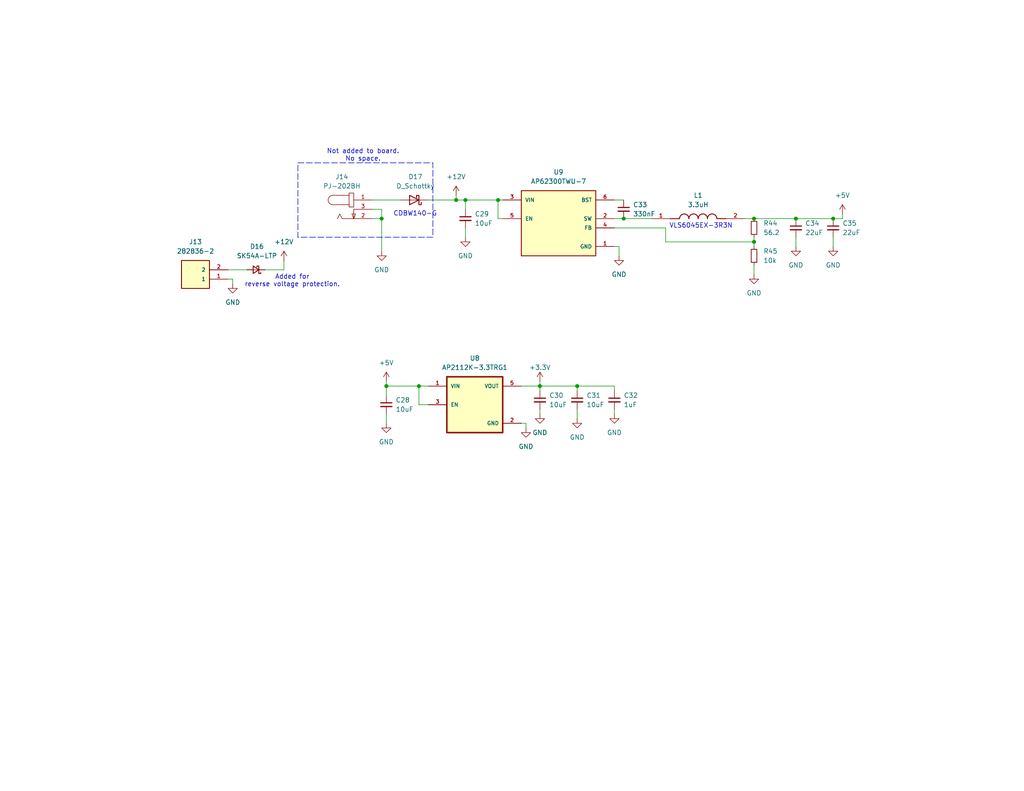
<source format=kicad_sch>
(kicad_sch
	(version 20231120)
	(generator "eeschema")
	(generator_version "8.0")
	(uuid "0e51bcfa-c4e6-4246-8910-83556aa34c8b")
	(paper "A")
	(title_block
		(title "Codex 43")
		(date "2024-08-15")
		(rev "A")
		(company "Department of Alchemy")
	)
	(lib_symbols
		(symbol "Department of Alchemy:282836-2"
			(pin_names
				(offset 1.016)
			)
			(exclude_from_sim no)
			(in_bom yes)
			(on_board yes)
			(property "Reference" "J"
				(at 0 6.35 0)
				(effects
					(font
						(size 1.27 1.27)
					)
					(justify left bottom)
				)
			)
			(property "Value" "282836-2"
				(at 0 -5.08 0)
				(effects
					(font
						(size 1.27 1.27)
					)
					(justify left bottom)
				)
			)
			(property "Footprint" "Department of Alchemy:TE_282836-2"
				(at 4.064 -7.62 0)
				(effects
					(font
						(size 1.27 1.27)
					)
					(justify bottom)
					(hide yes)
				)
			)
			(property "Datasheet" ""
				(at 0 0 0)
				(effects
					(font
						(size 1.27 1.27)
					)
					(hide yes)
				)
			)
			(property "Description" "TERM BLK 2POS SIDE ENTRY 5MM PCB"
				(at 3.302 -9.398 0)
				(effects
					(font
						(size 1.27 1.27)
					)
					(hide yes)
				)
			)
			(property "PARTREV" "J1"
				(at 3.302 -23.622 0)
				(effects
					(font
						(size 1.27 1.27)
					)
					(justify bottom)
					(hide yes)
				)
			)
			(property "MANUFACTURER" "TE Connectivity"
				(at 4.064 -12.446 0)
				(effects
					(font
						(size 1.27 1.27)
					)
					(justify bottom)
					(hide yes)
				)
			)
			(property "SNAPEDA_PN" "282836-2"
				(at 3.81 -18.034 0)
				(effects
					(font
						(size 1.27 1.27)
					)
					(justify bottom)
					(hide yes)
				)
			)
			(property "MAXIMUM_PACKAGE_HEIGHT" "10 mm"
				(at 3.556 -15.24 0)
				(effects
					(font
						(size 1.27 1.27)
					)
					(justify bottom)
					(hide yes)
				)
			)
			(property "STANDARD" "Manufacturer Recommendations"
				(at 4.826 -20.828 0)
				(effects
					(font
						(size 1.27 1.27)
					)
					(justify bottom)
					(hide yes)
				)
			)
			(symbol "282836-2_0_0"
				(rectangle
					(start 0 -2.54)
					(end 7.62 5.08)
					(stroke
						(width 0.254)
						(type default)
					)
					(fill
						(type background)
					)
				)
				(pin passive line
					(at -5.08 2.54 0)
					(length 5.08)
					(name "1"
						(effects
							(font
								(size 1.016 1.016)
							)
						)
					)
					(number "1"
						(effects
							(font
								(size 1.016 1.016)
							)
						)
					)
				)
				(pin passive line
					(at -5.08 0 0)
					(length 5.08)
					(name "2"
						(effects
							(font
								(size 1.016 1.016)
							)
						)
					)
					(number "2"
						(effects
							(font
								(size 1.016 1.016)
							)
						)
					)
				)
			)
		)
		(symbol "Department of Alchemy:AP2112K-3.3TRG1"
			(pin_names
				(offset 1.016)
			)
			(exclude_from_sim no)
			(in_bom yes)
			(on_board yes)
			(property "Reference" "U"
				(at -7.663 8.6476 0)
				(effects
					(font
						(size 1.27 1.27)
					)
					(justify left bottom)
				)
			)
			(property "Value" "AP2112K-3.3TRG1"
				(at -7.6489 -11.6507 0)
				(effects
					(font
						(size 1.27 1.27)
					)
					(justify left bottom)
				)
			)
			(property "Footprint" "Department of Alchemy:SOT95P285X140-5N"
				(at 0 -14.224 0)
				(effects
					(font
						(size 1.27 1.27)
					)
					(justify bottom)
					(hide yes)
				)
			)
			(property "Datasheet" ""
				(at 0 0 0)
				(effects
					(font
						(size 1.27 1.27)
					)
					(hide yes)
				)
			)
			(property "Description" "Linear Voltage Regulator IC Positive Fixed 1 Output 600mA SOT-25"
				(at 0 -20.828 0)
				(effects
					(font
						(size 1.27 1.27)
					)
					(hide yes)
				)
			)
			(property "PARTREV" "2-2"
				(at 0 -16.256 0)
				(effects
					(font
						(size 1.27 1.27)
					)
					(justify bottom)
					(hide yes)
				)
			)
			(property "MANUFACTURER" "Diodes Inc."
				(at 0 -18.796 0)
				(effects
					(font
						(size 1.27 1.27)
					)
					(justify bottom)
					(hide yes)
				)
			)
			(symbol "AP2112K-3.3TRG1_0_0"
				(rectangle
					(start -7.62 -7.62)
					(end 7.62 7.62)
					(stroke
						(width 0.41)
						(type default)
					)
					(fill
						(type background)
					)
				)
				(pin power_in line
					(at -12.7 5.08 0)
					(length 5.08)
					(name "VIN"
						(effects
							(font
								(size 1.016 1.016)
							)
						)
					)
					(number "1"
						(effects
							(font
								(size 1.016 1.016)
							)
						)
					)
				)
				(pin power_in line
					(at 12.7 -5.08 180)
					(length 5.08)
					(name "GND"
						(effects
							(font
								(size 1.016 1.016)
							)
						)
					)
					(number "2"
						(effects
							(font
								(size 1.016 1.016)
							)
						)
					)
				)
				(pin input line
					(at -12.7 0 0)
					(length 5.08)
					(name "EN"
						(effects
							(font
								(size 1.016 1.016)
							)
						)
					)
					(number "3"
						(effects
							(font
								(size 1.016 1.016)
							)
						)
					)
				)
				(pin power_in line
					(at 12.7 5.08 180)
					(length 5.08)
					(name "VOUT"
						(effects
							(font
								(size 1.016 1.016)
							)
						)
					)
					(number "5"
						(effects
							(font
								(size 1.016 1.016)
							)
						)
					)
				)
			)
		)
		(symbol "Department of Alchemy:AP62300TWU-7"
			(pin_names
				(offset 1.016)
			)
			(exclude_from_sim no)
			(in_bom yes)
			(on_board yes)
			(property "Reference" "U"
				(at -10.16 8.382 0)
				(effects
					(font
						(size 1.27 1.27)
					)
					(justify left bottom)
				)
			)
			(property "Value" "AP62300TWU-7"
				(at -10.16 -12.7 0)
				(effects
					(font
						(size 1.27 1.27)
					)
					(justify left bottom)
				)
			)
			(property "Footprint" "Department of Alchemy:SOT95P280X100-6N"
				(at 0.254 -25.654 0)
				(effects
					(font
						(size 1.27 1.27)
					)
					(justify bottom)
					(hide yes)
				)
			)
			(property "Datasheet" ""
				(at 0 0 0)
				(effects
					(font
						(size 1.27 1.27)
					)
					(hide yes)
				)
			)
			(property "Description" "Buck Switching Regulator IC Positive Adjustable 0.763V 1 Output 3A SOT-23-6 Thin, TSOT-23-6"
				(at -0.508 -29.21 0)
				(effects
					(font
						(size 1.27 1.27)
					)
					(hide yes)
				)
			)
			(property "PARTREV" "Rev. 3 - 2"
				(at 0 -27.686 0)
				(effects
					(font
						(size 1.27 1.27)
					)
					(justify bottom)
					(hide yes)
				)
			)
			(property "STANDARD" "IPC 7351B"
				(at 0 -21.082 0)
				(effects
					(font
						(size 1.27 1.27)
					)
					(justify bottom)
					(hide yes)
				)
			)
			(property "SNAPEDA_PN" "AP62300TWU-7"
				(at 0 -16.256 0)
				(effects
					(font
						(size 1.27 1.27)
					)
					(justify bottom)
					(hide yes)
				)
			)
			(property "MAXIMUM_PACKAGE_HEIGHT" "1.0mm"
				(at 0.254 -23.368 0)
				(effects
					(font
						(size 1.27 1.27)
					)
					(justify bottom)
					(hide yes)
				)
			)
			(property "MANUFACTURER" "Diodes Inc."
				(at 0 -18.542 0)
				(effects
					(font
						(size 1.27 1.27)
					)
					(justify bottom)
					(hide yes)
				)
			)
			(symbol "AP62300TWU-7_0_0"
				(rectangle
					(start -10.16 7.62)
					(end 10.16 -10.16)
					(stroke
						(width 0.254)
						(type default)
					)
					(fill
						(type background)
					)
				)
				(pin power_in line
					(at 15.24 -7.62 180)
					(length 5.08)
					(name "GND"
						(effects
							(font
								(size 1.016 1.016)
							)
						)
					)
					(number "1"
						(effects
							(font
								(size 1.016 1.016)
							)
						)
					)
				)
				(pin output line
					(at 15.24 0 180)
					(length 5.08)
					(name "SW"
						(effects
							(font
								(size 1.016 1.016)
							)
						)
					)
					(number "2"
						(effects
							(font
								(size 1.016 1.016)
							)
						)
					)
				)
				(pin input line
					(at -15.24 5.08 0)
					(length 5.08)
					(name "VIN"
						(effects
							(font
								(size 1.016 1.016)
							)
						)
					)
					(number "3"
						(effects
							(font
								(size 1.016 1.016)
							)
						)
					)
				)
				(pin input line
					(at 15.24 -2.54 180)
					(length 5.08)
					(name "FB"
						(effects
							(font
								(size 1.016 1.016)
							)
						)
					)
					(number "4"
						(effects
							(font
								(size 1.016 1.016)
							)
						)
					)
				)
				(pin input line
					(at -15.24 0 0)
					(length 5.08)
					(name "EN"
						(effects
							(font
								(size 1.016 1.016)
							)
						)
					)
					(number "5"
						(effects
							(font
								(size 1.016 1.016)
							)
						)
					)
				)
				(pin input line
					(at 15.24 5.08 180)
					(length 5.08)
					(name "BST"
						(effects
							(font
								(size 1.016 1.016)
							)
						)
					)
					(number "6"
						(effects
							(font
								(size 1.016 1.016)
							)
						)
					)
				)
			)
		)
		(symbol "Department of Alchemy:PJ-202BH"
			(pin_names
				(offset 1.016) hide)
			(exclude_from_sim no)
			(in_bom yes)
			(on_board yes)
			(property "Reference" "J"
				(at -7.62 5.08 0)
				(effects
					(font
						(size 1.27 1.27)
					)
					(justify left bottom)
				)
			)
			(property "Value" "PJ-202BH"
				(at -7.6454 -5.08 0)
				(effects
					(font
						(size 1.27 1.27)
					)
					(justify left bottom)
				)
			)
			(property "Footprint" "Department of Alchemy:CUI_PJ-202BH"
				(at -16.002 -9.906 0)
				(effects
					(font
						(size 1.27 1.27)
					)
					(justify left bottom)
					(hide yes)
				)
			)
			(property "Datasheet" ""
				(at 0 0 0)
				(effects
					(font
						(size 1.27 1.27)
					)
					(justify left bottom)
					(hide yes)
				)
			)
			(property "Description" "Power Barrel Connector Jack 2.50mm ID (0.098\"), 5.50mm OD (0.217\") Through Hole, Right Angle"
				(at 0.254 -16.256 0)
				(effects
					(font
						(size 1.27 1.27)
					)
					(hide yes)
				)
			)
			(property "STANDARD" "Manufacturer recommendations"
				(at -12.954 -11.938 0)
				(effects
					(font
						(size 1.27 1.27)
					)
					(justify left bottom)
					(hide yes)
				)
			)
			(property "PART_REV" "1.02"
				(at -2.286 -14.224 0)
				(effects
					(font
						(size 1.27 1.27)
					)
					(justify left bottom)
					(hide yes)
				)
			)
			(property "MANUFACTURER" "CUI INC"
				(at -3.81 -7.62 0)
				(effects
					(font
						(size 1.27 1.27)
					)
					(justify left bottom)
					(hide yes)
				)
			)
			(symbol "PJ-202BH_0_0"
				(arc
					(start -5.715 3.81)
					(mid -6.985 2.54)
					(end -5.715 1.27)
					(stroke
						(width 0.1524)
						(type solid)
					)
					(fill
						(type none)
					)
				)
				(polyline
					(pts
						(xy -5.715 3.81) (xy -1.27 3.81)
					)
					(stroke
						(width 0.1524)
						(type solid)
					)
					(fill
						(type none)
					)
				)
				(polyline
					(pts
						(xy -3.81 -1.27) (xy -4.445 -2.54)
					)
					(stroke
						(width 0.1524)
						(type solid)
					)
					(fill
						(type none)
					)
				)
				(polyline
					(pts
						(xy -3.175 -2.54) (xy -3.81 -1.27)
					)
					(stroke
						(width 0.1524)
						(type solid)
					)
					(fill
						(type none)
					)
				)
				(polyline
					(pts
						(xy -1.27 0.635) (xy 0 0.635)
					)
					(stroke
						(width 0.1524)
						(type solid)
					)
					(fill
						(type none)
					)
				)
				(polyline
					(pts
						(xy -1.27 1.27) (xy -5.715 1.27)
					)
					(stroke
						(width 0.1524)
						(type solid)
					)
					(fill
						(type none)
					)
				)
				(polyline
					(pts
						(xy -1.27 1.27) (xy -1.27 0.635)
					)
					(stroke
						(width 0.1524)
						(type solid)
					)
					(fill
						(type none)
					)
				)
				(polyline
					(pts
						(xy -1.27 3.81) (xy -1.27 1.27)
					)
					(stroke
						(width 0.1524)
						(type solid)
					)
					(fill
						(type none)
					)
				)
				(polyline
					(pts
						(xy -1.27 4.445) (xy -1.27 3.81)
					)
					(stroke
						(width 0.1524)
						(type solid)
					)
					(fill
						(type none)
					)
				)
				(polyline
					(pts
						(xy 0 -2.54) (xy -3.175 -2.54)
					)
					(stroke
						(width 0.1524)
						(type solid)
					)
					(fill
						(type none)
					)
				)
				(polyline
					(pts
						(xy 0 0) (xy 0 -2.54)
					)
					(stroke
						(width 0.1524)
						(type solid)
					)
					(fill
						(type none)
					)
				)
				(polyline
					(pts
						(xy 0 0.635) (xy 0 4.445)
					)
					(stroke
						(width 0.1524)
						(type solid)
					)
					(fill
						(type none)
					)
				)
				(polyline
					(pts
						(xy 0 4.445) (xy -1.27 4.445)
					)
					(stroke
						(width 0.1524)
						(type solid)
					)
					(fill
						(type none)
					)
				)
				(polyline
					(pts
						(xy 0 -2.54) (xy -0.508 -1.27) (xy 0.508 -1.27) (xy 0 -2.54)
					)
					(stroke
						(width 0.1524)
						(type solid)
					)
					(fill
						(type background)
					)
				)
				(pin passive line
					(at 5.08 2.54 180)
					(length 5.08)
					(name "~"
						(effects
							(font
								(size 1.016 1.016)
							)
						)
					)
					(number "1"
						(effects
							(font
								(size 1.016 1.016)
							)
						)
					)
				)
				(pin passive line
					(at 5.08 -2.54 180)
					(length 5.08)
					(name "~"
						(effects
							(font
								(size 1.016 1.016)
							)
						)
					)
					(number "2"
						(effects
							(font
								(size 1.016 1.016)
							)
						)
					)
				)
				(pin passive line
					(at 5.08 0 180)
					(length 5.08)
					(name "~"
						(effects
							(font
								(size 1.016 1.016)
							)
						)
					)
					(number "3"
						(effects
							(font
								(size 1.016 1.016)
							)
						)
					)
				)
			)
		)
		(symbol "Department of Alchemy:SK54A-LTP"
			(pin_numbers hide)
			(pin_names
				(offset 0.254) hide)
			(exclude_from_sim no)
			(in_bom yes)
			(on_board yes)
			(property "Reference" "D"
				(at -1.27 2.032 0)
				(effects
					(font
						(size 1.27 1.27)
					)
					(justify left)
				)
			)
			(property "Value" "SK54A-LTP"
				(at -7.112 -2.032 0)
				(effects
					(font
						(size 1.27 1.27)
					)
					(justify left)
				)
			)
			(property "Footprint" "Department of Alchemy:D_SMA Modified"
				(at 0 -4.064 0)
				(effects
					(font
						(size 1.27 1.27)
					)
					(hide yes)
				)
			)
			(property "Datasheet" "~"
				(at 0 0 90)
				(effects
					(font
						(size 1.27 1.27)
					)
					(hide yes)
				)
			)
			(property "Description" "Schottky diode, small symbol"
				(at 0 -5.842 0)
				(effects
					(font
						(size 1.27 1.27)
					)
					(hide yes)
				)
			)
			(property "ki_keywords" "diode Schottky"
				(at 0 0 0)
				(effects
					(font
						(size 1.27 1.27)
					)
					(hide yes)
				)
			)
			(property "ki_fp_filters" "TO-???* *_Diode_* *SingleDiode* D_*"
				(at 0 0 0)
				(effects
					(font
						(size 1.27 1.27)
					)
					(hide yes)
				)
			)
			(symbol "SK54A-LTP_0_1"
				(polyline
					(pts
						(xy -0.762 0) (xy 0.762 0)
					)
					(stroke
						(width 0)
						(type default)
					)
					(fill
						(type none)
					)
				)
				(polyline
					(pts
						(xy 0.762 -1.016) (xy -0.762 0) (xy 0.762 1.016) (xy 0.762 -1.016)
					)
					(stroke
						(width 0.254)
						(type default)
					)
					(fill
						(type none)
					)
				)
				(polyline
					(pts
						(xy -1.27 0.762) (xy -1.27 1.016) (xy -0.762 1.016) (xy -0.762 -1.016) (xy -0.254 -1.016) (xy -0.254 -0.762)
					)
					(stroke
						(width 0.254)
						(type default)
					)
					(fill
						(type none)
					)
				)
			)
			(symbol "SK54A-LTP_1_1"
				(pin passive line
					(at -2.54 0 0)
					(length 1.778)
					(name "K"
						(effects
							(font
								(size 1.27 1.27)
							)
						)
					)
					(number "1"
						(effects
							(font
								(size 1.27 1.27)
							)
						)
					)
				)
				(pin passive line
					(at 2.54 0 180)
					(length 1.778)
					(name "A"
						(effects
							(font
								(size 1.27 1.27)
							)
						)
					)
					(number "2"
						(effects
							(font
								(size 1.27 1.27)
							)
						)
					)
				)
			)
		)
		(symbol "Department of Alchemy:VLS6045EX-3R3N"
			(pin_names
				(offset 1.016)
			)
			(exclude_from_sim no)
			(in_bom yes)
			(on_board yes)
			(property "Reference" "L"
				(at -10.16 5.08 0)
				(effects
					(font
						(size 1.27 1.27)
					)
					(justify left bottom)
				)
			)
			(property "Value" "3.3uH"
				(at -10.16 -5.08 0)
				(effects
					(font
						(size 1.27 1.27)
					)
					(justify left top)
				)
			)
			(property "Footprint" "Department of Alchemy:VLS6045EX-3R3N"
				(at 0 -17.018 0)
				(effects
					(font
						(size 1.27 1.27)
					)
					(justify bottom)
					(hide yes)
				)
			)
			(property "Datasheet" ""
				(at 0 0 0)
				(effects
					(font
						(size 1.27 1.27)
					)
					(hide yes)
				)
			)
			(property "Description" "3.3 µH Shielded Drum Core, Wirewound Inductor 4.95 A 23mOhm Nonstandard"
				(at -0.254 -18.542 0)
				(effects
					(font
						(size 1.27 1.27)
					)
					(hide yes)
				)
			)
			(property "PARTREV" "N/A"
				(at 0 -10.922 0)
				(effects
					(font
						(size 1.27 1.27)
					)
					(justify bottom)
					(hide yes)
				)
			)
			(property "STANDARD" "Manufacturer Recommendations"
				(at 0 -8.89 0)
				(effects
					(font
						(size 1.27 1.27)
					)
					(justify bottom)
					(hide yes)
				)
			)
			(property "MAXIMUM_PACKAGE_HEIGHT" "4.5 mm"
				(at -0.254 -14.986 0)
				(effects
					(font
						(size 1.27 1.27)
					)
					(justify bottom)
					(hide yes)
				)
			)
			(property "MANUFACTURER" "TDK"
				(at 0 -13.208 0)
				(effects
					(font
						(size 1.27 1.27)
					)
					(justify bottom)
					(hide yes)
				)
			)
			(symbol "VLS6045EX-3R3N_0_0"
				(arc
					(start -2.54 0)
					(mid -3.81 1.2645)
					(end -5.08 0)
					(stroke
						(width 0.254)
						(type default)
					)
					(fill
						(type none)
					)
				)
				(arc
					(start 0 0)
					(mid -1.27 1.2645)
					(end -2.54 0)
					(stroke
						(width 0.254)
						(type default)
					)
					(fill
						(type none)
					)
				)
				(polyline
					(pts
						(xy -5.08 0) (xy -7.62 0)
					)
					(stroke
						(width 0.254)
						(type default)
					)
					(fill
						(type none)
					)
				)
				(polyline
					(pts
						(xy 5.08 0) (xy 7.62 0)
					)
					(stroke
						(width 0.254)
						(type default)
					)
					(fill
						(type none)
					)
				)
				(arc
					(start 2.54 0)
					(mid 1.27 1.2645)
					(end 0 0)
					(stroke
						(width 0.254)
						(type default)
					)
					(fill
						(type none)
					)
				)
				(arc
					(start 5.08 0)
					(mid 3.81 1.2645)
					(end 2.54 0)
					(stroke
						(width 0.254)
						(type default)
					)
					(fill
						(type none)
					)
				)
				(pin passive line
					(at -12.7 0 0)
					(length 5.08)
					(name "~"
						(effects
							(font
								(size 1.016 1.016)
							)
						)
					)
					(number "1"
						(effects
							(font
								(size 1.016 1.016)
							)
						)
					)
				)
				(pin passive line
					(at 12.7 0 180)
					(length 5.08)
					(name "~"
						(effects
							(font
								(size 1.016 1.016)
							)
						)
					)
					(number "2"
						(effects
							(font
								(size 1.016 1.016)
							)
						)
					)
				)
			)
		)
		(symbol "Device:C_Small"
			(pin_numbers hide)
			(pin_names
				(offset 0.254) hide)
			(exclude_from_sim no)
			(in_bom yes)
			(on_board yes)
			(property "Reference" "C"
				(at 0.254 1.778 0)
				(effects
					(font
						(size 1.27 1.27)
					)
					(justify left)
				)
			)
			(property "Value" "C_Small"
				(at 0.254 -2.032 0)
				(effects
					(font
						(size 1.27 1.27)
					)
					(justify left)
				)
			)
			(property "Footprint" ""
				(at 0 0 0)
				(effects
					(font
						(size 1.27 1.27)
					)
					(hide yes)
				)
			)
			(property "Datasheet" "~"
				(at 0 0 0)
				(effects
					(font
						(size 1.27 1.27)
					)
					(hide yes)
				)
			)
			(property "Description" "Unpolarized capacitor, small symbol"
				(at 0 0 0)
				(effects
					(font
						(size 1.27 1.27)
					)
					(hide yes)
				)
			)
			(property "ki_keywords" "capacitor cap"
				(at 0 0 0)
				(effects
					(font
						(size 1.27 1.27)
					)
					(hide yes)
				)
			)
			(property "ki_fp_filters" "C_*"
				(at 0 0 0)
				(effects
					(font
						(size 1.27 1.27)
					)
					(hide yes)
				)
			)
			(symbol "C_Small_0_1"
				(polyline
					(pts
						(xy -1.524 -0.508) (xy 1.524 -0.508)
					)
					(stroke
						(width 0.3302)
						(type default)
					)
					(fill
						(type none)
					)
				)
				(polyline
					(pts
						(xy -1.524 0.508) (xy 1.524 0.508)
					)
					(stroke
						(width 0.3048)
						(type default)
					)
					(fill
						(type none)
					)
				)
			)
			(symbol "C_Small_1_1"
				(pin passive line
					(at 0 2.54 270)
					(length 2.032)
					(name "~"
						(effects
							(font
								(size 1.27 1.27)
							)
						)
					)
					(number "1"
						(effects
							(font
								(size 1.27 1.27)
							)
						)
					)
				)
				(pin passive line
					(at 0 -2.54 90)
					(length 2.032)
					(name "~"
						(effects
							(font
								(size 1.27 1.27)
							)
						)
					)
					(number "2"
						(effects
							(font
								(size 1.27 1.27)
							)
						)
					)
				)
			)
		)
		(symbol "Device:D_Schottky"
			(pin_numbers hide)
			(pin_names
				(offset 1.016) hide)
			(exclude_from_sim no)
			(in_bom yes)
			(on_board yes)
			(property "Reference" "D"
				(at 0 2.54 0)
				(effects
					(font
						(size 1.27 1.27)
					)
				)
			)
			(property "Value" "D_Schottky"
				(at 0 -2.54 0)
				(effects
					(font
						(size 1.27 1.27)
					)
				)
			)
			(property "Footprint" ""
				(at 0 0 0)
				(effects
					(font
						(size 1.27 1.27)
					)
					(hide yes)
				)
			)
			(property "Datasheet" "~"
				(at 0 0 0)
				(effects
					(font
						(size 1.27 1.27)
					)
					(hide yes)
				)
			)
			(property "Description" "Schottky diode"
				(at 0 0 0)
				(effects
					(font
						(size 1.27 1.27)
					)
					(hide yes)
				)
			)
			(property "ki_keywords" "diode Schottky"
				(at 0 0 0)
				(effects
					(font
						(size 1.27 1.27)
					)
					(hide yes)
				)
			)
			(property "ki_fp_filters" "TO-???* *_Diode_* *SingleDiode* D_*"
				(at 0 0 0)
				(effects
					(font
						(size 1.27 1.27)
					)
					(hide yes)
				)
			)
			(symbol "D_Schottky_0_1"
				(polyline
					(pts
						(xy 1.27 0) (xy -1.27 0)
					)
					(stroke
						(width 0)
						(type default)
					)
					(fill
						(type none)
					)
				)
				(polyline
					(pts
						(xy 1.27 1.27) (xy 1.27 -1.27) (xy -1.27 0) (xy 1.27 1.27)
					)
					(stroke
						(width 0.254)
						(type default)
					)
					(fill
						(type none)
					)
				)
				(polyline
					(pts
						(xy -1.905 0.635) (xy -1.905 1.27) (xy -1.27 1.27) (xy -1.27 -1.27) (xy -0.635 -1.27) (xy -0.635 -0.635)
					)
					(stroke
						(width 0.254)
						(type default)
					)
					(fill
						(type none)
					)
				)
			)
			(symbol "D_Schottky_1_1"
				(pin passive line
					(at -3.81 0 0)
					(length 2.54)
					(name "K"
						(effects
							(font
								(size 1.27 1.27)
							)
						)
					)
					(number "1"
						(effects
							(font
								(size 1.27 1.27)
							)
						)
					)
				)
				(pin passive line
					(at 3.81 0 180)
					(length 2.54)
					(name "A"
						(effects
							(font
								(size 1.27 1.27)
							)
						)
					)
					(number "2"
						(effects
							(font
								(size 1.27 1.27)
							)
						)
					)
				)
			)
		)
		(symbol "Device:R_Small"
			(pin_numbers hide)
			(pin_names
				(offset 0.254) hide)
			(exclude_from_sim no)
			(in_bom yes)
			(on_board yes)
			(property "Reference" "R"
				(at 0.762 0.508 0)
				(effects
					(font
						(size 1.27 1.27)
					)
					(justify left)
				)
			)
			(property "Value" "R_Small"
				(at 0.762 -1.016 0)
				(effects
					(font
						(size 1.27 1.27)
					)
					(justify left)
				)
			)
			(property "Footprint" ""
				(at 0 0 0)
				(effects
					(font
						(size 1.27 1.27)
					)
					(hide yes)
				)
			)
			(property "Datasheet" "~"
				(at 0 0 0)
				(effects
					(font
						(size 1.27 1.27)
					)
					(hide yes)
				)
			)
			(property "Description" "Resistor, small symbol"
				(at 0 0 0)
				(effects
					(font
						(size 1.27 1.27)
					)
					(hide yes)
				)
			)
			(property "ki_keywords" "R resistor"
				(at 0 0 0)
				(effects
					(font
						(size 1.27 1.27)
					)
					(hide yes)
				)
			)
			(property "ki_fp_filters" "R_*"
				(at 0 0 0)
				(effects
					(font
						(size 1.27 1.27)
					)
					(hide yes)
				)
			)
			(symbol "R_Small_0_1"
				(rectangle
					(start -0.762 1.778)
					(end 0.762 -1.778)
					(stroke
						(width 0.2032)
						(type default)
					)
					(fill
						(type none)
					)
				)
			)
			(symbol "R_Small_1_1"
				(pin passive line
					(at 0 2.54 270)
					(length 0.762)
					(name "~"
						(effects
							(font
								(size 1.27 1.27)
							)
						)
					)
					(number "1"
						(effects
							(font
								(size 1.27 1.27)
							)
						)
					)
				)
				(pin passive line
					(at 0 -2.54 90)
					(length 0.762)
					(name "~"
						(effects
							(font
								(size 1.27 1.27)
							)
						)
					)
					(number "2"
						(effects
							(font
								(size 1.27 1.27)
							)
						)
					)
				)
			)
		)
		(symbol "power:+12V"
			(power)
			(pin_numbers hide)
			(pin_names
				(offset 0) hide)
			(exclude_from_sim no)
			(in_bom yes)
			(on_board yes)
			(property "Reference" "#PWR"
				(at 0 -3.81 0)
				(effects
					(font
						(size 1.27 1.27)
					)
					(hide yes)
				)
			)
			(property "Value" "+12V"
				(at 0 3.556 0)
				(effects
					(font
						(size 1.27 1.27)
					)
				)
			)
			(property "Footprint" ""
				(at 0 0 0)
				(effects
					(font
						(size 1.27 1.27)
					)
					(hide yes)
				)
			)
			(property "Datasheet" ""
				(at 0 0 0)
				(effects
					(font
						(size 1.27 1.27)
					)
					(hide yes)
				)
			)
			(property "Description" "Power symbol creates a global label with name \"+12V\""
				(at 0 0 0)
				(effects
					(font
						(size 1.27 1.27)
					)
					(hide yes)
				)
			)
			(property "ki_keywords" "global power"
				(at 0 0 0)
				(effects
					(font
						(size 1.27 1.27)
					)
					(hide yes)
				)
			)
			(symbol "+12V_0_1"
				(polyline
					(pts
						(xy -0.762 1.27) (xy 0 2.54)
					)
					(stroke
						(width 0)
						(type default)
					)
					(fill
						(type none)
					)
				)
				(polyline
					(pts
						(xy 0 0) (xy 0 2.54)
					)
					(stroke
						(width 0)
						(type default)
					)
					(fill
						(type none)
					)
				)
				(polyline
					(pts
						(xy 0 2.54) (xy 0.762 1.27)
					)
					(stroke
						(width 0)
						(type default)
					)
					(fill
						(type none)
					)
				)
			)
			(symbol "+12V_1_1"
				(pin power_in line
					(at 0 0 90)
					(length 0)
					(name "~"
						(effects
							(font
								(size 1.27 1.27)
							)
						)
					)
					(number "1"
						(effects
							(font
								(size 1.27 1.27)
							)
						)
					)
				)
			)
		)
		(symbol "power:+3.3V"
			(power)
			(pin_names
				(offset 0)
			)
			(exclude_from_sim no)
			(in_bom yes)
			(on_board yes)
			(property "Reference" "#PWR"
				(at 0 -3.81 0)
				(effects
					(font
						(size 1.27 1.27)
					)
					(hide yes)
				)
			)
			(property "Value" "+3.3V"
				(at 0 3.556 0)
				(effects
					(font
						(size 1.27 1.27)
					)
				)
			)
			(property "Footprint" ""
				(at 0 0 0)
				(effects
					(font
						(size 1.27 1.27)
					)
					(hide yes)
				)
			)
			(property "Datasheet" ""
				(at 0 0 0)
				(effects
					(font
						(size 1.27 1.27)
					)
					(hide yes)
				)
			)
			(property "Description" "Power symbol creates a global label with name \"+3.3V\""
				(at 0 0 0)
				(effects
					(font
						(size 1.27 1.27)
					)
					(hide yes)
				)
			)
			(property "ki_keywords" "power-flag"
				(at 0 0 0)
				(effects
					(font
						(size 1.27 1.27)
					)
					(hide yes)
				)
			)
			(symbol "+3.3V_0_1"
				(polyline
					(pts
						(xy -0.762 1.27) (xy 0 2.54)
					)
					(stroke
						(width 0)
						(type default)
					)
					(fill
						(type none)
					)
				)
				(polyline
					(pts
						(xy 0 0) (xy 0 2.54)
					)
					(stroke
						(width 0)
						(type default)
					)
					(fill
						(type none)
					)
				)
				(polyline
					(pts
						(xy 0 2.54) (xy 0.762 1.27)
					)
					(stroke
						(width 0)
						(type default)
					)
					(fill
						(type none)
					)
				)
			)
			(symbol "+3.3V_1_1"
				(pin power_in line
					(at 0 0 90)
					(length 0) hide
					(name "+3V3"
						(effects
							(font
								(size 1.27 1.27)
							)
						)
					)
					(number "1"
						(effects
							(font
								(size 1.27 1.27)
							)
						)
					)
				)
			)
		)
		(symbol "power:+5V"
			(power)
			(pin_numbers hide)
			(pin_names
				(offset 0) hide)
			(exclude_from_sim no)
			(in_bom yes)
			(on_board yes)
			(property "Reference" "#PWR"
				(at 0 -3.81 0)
				(effects
					(font
						(size 1.27 1.27)
					)
					(hide yes)
				)
			)
			(property "Value" "+5V"
				(at 0 3.556 0)
				(effects
					(font
						(size 1.27 1.27)
					)
				)
			)
			(property "Footprint" ""
				(at 0 0 0)
				(effects
					(font
						(size 1.27 1.27)
					)
					(hide yes)
				)
			)
			(property "Datasheet" ""
				(at 0 0 0)
				(effects
					(font
						(size 1.27 1.27)
					)
					(hide yes)
				)
			)
			(property "Description" "Power symbol creates a global label with name \"+5V\""
				(at 0 0 0)
				(effects
					(font
						(size 1.27 1.27)
					)
					(hide yes)
				)
			)
			(property "ki_keywords" "global power"
				(at 0 0 0)
				(effects
					(font
						(size 1.27 1.27)
					)
					(hide yes)
				)
			)
			(symbol "+5V_0_1"
				(polyline
					(pts
						(xy -0.762 1.27) (xy 0 2.54)
					)
					(stroke
						(width 0)
						(type default)
					)
					(fill
						(type none)
					)
				)
				(polyline
					(pts
						(xy 0 0) (xy 0 2.54)
					)
					(stroke
						(width 0)
						(type default)
					)
					(fill
						(type none)
					)
				)
				(polyline
					(pts
						(xy 0 2.54) (xy 0.762 1.27)
					)
					(stroke
						(width 0)
						(type default)
					)
					(fill
						(type none)
					)
				)
			)
			(symbol "+5V_1_1"
				(pin power_in line
					(at 0 0 90)
					(length 0)
					(name "~"
						(effects
							(font
								(size 1.27 1.27)
							)
						)
					)
					(number "1"
						(effects
							(font
								(size 1.27 1.27)
							)
						)
					)
				)
			)
		)
		(symbol "power:GND"
			(power)
			(pin_names
				(offset 0)
			)
			(exclude_from_sim no)
			(in_bom yes)
			(on_board yes)
			(property "Reference" "#PWR"
				(at 0 -6.35 0)
				(effects
					(font
						(size 1.27 1.27)
					)
					(hide yes)
				)
			)
			(property "Value" "GND"
				(at 0 -3.81 0)
				(effects
					(font
						(size 1.27 1.27)
					)
				)
			)
			(property "Footprint" ""
				(at 0 0 0)
				(effects
					(font
						(size 1.27 1.27)
					)
					(hide yes)
				)
			)
			(property "Datasheet" ""
				(at 0 0 0)
				(effects
					(font
						(size 1.27 1.27)
					)
					(hide yes)
				)
			)
			(property "Description" "Power symbol creates a global label with name \"GND\" , ground"
				(at 0 0 0)
				(effects
					(font
						(size 1.27 1.27)
					)
					(hide yes)
				)
			)
			(property "ki_keywords" "power-flag"
				(at 0 0 0)
				(effects
					(font
						(size 1.27 1.27)
					)
					(hide yes)
				)
			)
			(symbol "GND_0_1"
				(polyline
					(pts
						(xy 0 0) (xy 0 -1.27) (xy 1.27 -1.27) (xy 0 -2.54) (xy -1.27 -1.27) (xy 0 -1.27)
					)
					(stroke
						(width 0)
						(type default)
					)
					(fill
						(type none)
					)
				)
			)
			(symbol "GND_1_1"
				(pin power_in line
					(at 0 0 270)
					(length 0) hide
					(name "GND"
						(effects
							(font
								(size 1.27 1.27)
							)
						)
					)
					(number "1"
						(effects
							(font
								(size 1.27 1.27)
							)
						)
					)
				)
			)
		)
	)
	(junction
		(at 124.46 54.61)
		(diameter 0)
		(color 0 0 0 0)
		(uuid "18a3ca65-eca6-4698-b3e4-2cad8fef213e")
	)
	(junction
		(at 227.33 59.69)
		(diameter 0)
		(color 0 0 0 0)
		(uuid "20911396-9e87-4804-a418-fd8b4f4c5ba2")
	)
	(junction
		(at 205.74 66.04)
		(diameter 0)
		(color 0 0 0 0)
		(uuid "2cd2fce9-3af8-421f-8dc1-8abc1035ece9")
	)
	(junction
		(at 205.74 59.69)
		(diameter 0)
		(color 0 0 0 0)
		(uuid "31738652-9281-405e-8838-8237571ee6a7")
	)
	(junction
		(at 147.32 105.41)
		(diameter 0)
		(color 0 0 0 0)
		(uuid "3bdaf7d7-1e48-4964-ac6e-1c99c1544601")
	)
	(junction
		(at 157.48 105.41)
		(diameter 0)
		(color 0 0 0 0)
		(uuid "468a7395-0db3-4080-a786-8b5c5391fd14")
	)
	(junction
		(at 127 54.61)
		(diameter 0)
		(color 0 0 0 0)
		(uuid "4b05307e-bafd-4c61-bf24-8b92a0cb90c0")
	)
	(junction
		(at 105.41 105.41)
		(diameter 0)
		(color 0 0 0 0)
		(uuid "4eac1f8f-9abe-4e08-93e2-46c9eb0ef71d")
	)
	(junction
		(at 104.14 59.69)
		(diameter 0)
		(color 0 0 0 0)
		(uuid "51faa06b-d5df-437f-8111-b80ea7426487")
	)
	(junction
		(at 135.89 54.61)
		(diameter 0)
		(color 0 0 0 0)
		(uuid "52b2d496-ceed-468f-8800-340f8992cf9e")
	)
	(junction
		(at 217.17 59.69)
		(diameter 0)
		(color 0 0 0 0)
		(uuid "a6ba6b53-02f4-4455-81cf-f878e021eed6")
	)
	(junction
		(at 114.3 105.41)
		(diameter 0)
		(color 0 0 0 0)
		(uuid "ed7c216d-900b-45bb-a970-640823087a47")
	)
	(junction
		(at 170.18 59.69)
		(diameter 0)
		(color 0 0 0 0)
		(uuid "f07b9dcc-4a85-47b8-ab07-774e6c9257eb")
	)
	(wire
		(pts
			(xy 137.16 54.61) (xy 135.89 54.61)
		)
		(stroke
			(width 0)
			(type default)
		)
		(uuid "01ef4fb2-dffe-4de3-9030-3d5c7ed00b2f")
	)
	(wire
		(pts
			(xy 167.64 106.68) (xy 167.64 105.41)
		)
		(stroke
			(width 0)
			(type default)
		)
		(uuid "09fdce19-8461-4a2b-a26c-ed693eb122a4")
	)
	(wire
		(pts
			(xy 167.64 62.23) (xy 181.61 62.23)
		)
		(stroke
			(width 0)
			(type default)
		)
		(uuid "103ef4ff-bba4-4849-ba1f-6b6e40a83c79")
	)
	(wire
		(pts
			(xy 167.64 67.31) (xy 168.91 67.31)
		)
		(stroke
			(width 0)
			(type default)
		)
		(uuid "10cc130c-05c4-44f8-8cce-ed82f62267eb")
	)
	(wire
		(pts
			(xy 157.48 105.41) (xy 147.32 105.41)
		)
		(stroke
			(width 0)
			(type default)
		)
		(uuid "1195a4cb-3f4f-4270-a5a5-a835a30f366d")
	)
	(wire
		(pts
			(xy 181.61 62.23) (xy 181.61 66.04)
		)
		(stroke
			(width 0)
			(type default)
		)
		(uuid "12b4c52f-83f0-4603-b7d3-1c5db2a110c2")
	)
	(wire
		(pts
			(xy 147.32 105.41) (xy 147.32 106.68)
		)
		(stroke
			(width 0)
			(type default)
		)
		(uuid "12b550ae-519e-42a3-9a00-f0450d6a5cc8")
	)
	(wire
		(pts
			(xy 116.84 110.49) (xy 114.3 110.49)
		)
		(stroke
			(width 0)
			(type default)
		)
		(uuid "1b2f4de4-c6b7-4b35-976a-15258a0ccdad")
	)
	(wire
		(pts
			(xy 205.74 59.69) (xy 217.17 59.69)
		)
		(stroke
			(width 0)
			(type default)
		)
		(uuid "4009c7fb-e13d-4cd5-a282-d251754274fe")
	)
	(wire
		(pts
			(xy 105.41 104.14) (xy 105.41 105.41)
		)
		(stroke
			(width 0)
			(type default)
		)
		(uuid "45717f32-1a47-461d-a9ed-eac188933961")
	)
	(wire
		(pts
			(xy 72.39 73.66) (xy 77.47 73.66)
		)
		(stroke
			(width 0)
			(type default)
		)
		(uuid "4af6dc6e-5d5b-47e1-9b47-25b5fe5dd26a")
	)
	(wire
		(pts
			(xy 104.14 59.69) (xy 104.14 68.58)
		)
		(stroke
			(width 0)
			(type default)
		)
		(uuid "4b6c6034-790d-4d17-aa31-857acf21f2c7")
	)
	(wire
		(pts
			(xy 124.46 54.61) (xy 127 54.61)
		)
		(stroke
			(width 0)
			(type default)
		)
		(uuid "4caa6498-0315-4160-87a2-ab739fc59d4a")
	)
	(wire
		(pts
			(xy 167.64 59.69) (xy 170.18 59.69)
		)
		(stroke
			(width 0)
			(type default)
		)
		(uuid "4fd2a48f-9326-464e-ab0e-02b25e2d33e6")
	)
	(wire
		(pts
			(xy 143.51 115.57) (xy 143.51 116.84)
		)
		(stroke
			(width 0)
			(type default)
		)
		(uuid "4fdfa2af-4200-4ba0-84e7-5f1bf836ff45")
	)
	(wire
		(pts
			(xy 147.32 111.76) (xy 147.32 113.03)
		)
		(stroke
			(width 0)
			(type default)
		)
		(uuid "56a1243c-f9ee-461b-a647-96f1ac745751")
	)
	(wire
		(pts
			(xy 104.14 57.15) (xy 104.14 59.69)
		)
		(stroke
			(width 0)
			(type default)
		)
		(uuid "59fe0bbd-8559-4f8f-8ed5-4b0cd4dfaa67")
	)
	(wire
		(pts
			(xy 127 54.61) (xy 127 57.15)
		)
		(stroke
			(width 0)
			(type default)
		)
		(uuid "5d18b29f-99de-444c-a487-1ea0e8b6dbd2")
	)
	(wire
		(pts
			(xy 101.6 57.15) (xy 104.14 57.15)
		)
		(stroke
			(width 0)
			(type default)
		)
		(uuid "5d4a7440-31fe-494c-86b1-f8cf5e74ec16")
	)
	(wire
		(pts
			(xy 205.74 64.77) (xy 205.74 66.04)
		)
		(stroke
			(width 0)
			(type default)
		)
		(uuid "630b109e-0ebd-4e3b-a921-868614d694a3")
	)
	(wire
		(pts
			(xy 77.47 73.66) (xy 77.47 71.12)
		)
		(stroke
			(width 0)
			(type default)
		)
		(uuid "74749150-a81d-46eb-8271-0b72188ab8a4")
	)
	(wire
		(pts
			(xy 135.89 59.69) (xy 135.89 54.61)
		)
		(stroke
			(width 0)
			(type default)
		)
		(uuid "7762dfc4-2823-47a3-8dc8-701f8f0923e0")
	)
	(wire
		(pts
			(xy 205.74 66.04) (xy 205.74 67.31)
		)
		(stroke
			(width 0)
			(type default)
		)
		(uuid "78a94dcf-581d-4347-8bdd-51d82445c0eb")
	)
	(wire
		(pts
			(xy 147.32 105.41) (xy 147.32 104.14)
		)
		(stroke
			(width 0)
			(type default)
		)
		(uuid "7edf15f1-a71a-4cbb-8bad-680b6cfd20cd")
	)
	(wire
		(pts
			(xy 167.64 111.76) (xy 167.64 113.03)
		)
		(stroke
			(width 0)
			(type default)
		)
		(uuid "8529bc0e-f7ef-469a-9a2c-35ecc0258ef9")
	)
	(wire
		(pts
			(xy 229.87 58.42) (xy 229.87 59.69)
		)
		(stroke
			(width 0)
			(type default)
		)
		(uuid "85ac750d-b53b-4feb-8bb4-c461b9c06d84")
	)
	(wire
		(pts
			(xy 170.18 59.69) (xy 177.8 59.69)
		)
		(stroke
			(width 0)
			(type default)
		)
		(uuid "87e78191-3b92-4e5f-bf36-4734d5382588")
	)
	(wire
		(pts
			(xy 167.64 54.61) (xy 170.18 54.61)
		)
		(stroke
			(width 0)
			(type default)
		)
		(uuid "948ab7ec-d598-4fa0-9a50-f0c70b444628")
	)
	(wire
		(pts
			(xy 142.24 105.41) (xy 147.32 105.41)
		)
		(stroke
			(width 0)
			(type default)
		)
		(uuid "96b4818f-bf73-429d-bc61-a2f4f56e1501")
	)
	(wire
		(pts
			(xy 181.61 66.04) (xy 205.74 66.04)
		)
		(stroke
			(width 0)
			(type default)
		)
		(uuid "983456c4-53b5-410f-adf4-a1a07f6135a4")
	)
	(wire
		(pts
			(xy 114.3 105.41) (xy 116.84 105.41)
		)
		(stroke
			(width 0)
			(type default)
		)
		(uuid "98adbe80-ce91-4826-a600-2bd10565f8ad")
	)
	(wire
		(pts
			(xy 142.24 115.57) (xy 143.51 115.57)
		)
		(stroke
			(width 0)
			(type default)
		)
		(uuid "a4b496c1-2fc2-493d-9368-d0cad785c6e9")
	)
	(wire
		(pts
			(xy 229.87 59.69) (xy 227.33 59.69)
		)
		(stroke
			(width 0)
			(type default)
		)
		(uuid "a75115ae-6a05-4ce8-b811-c06bbc11289d")
	)
	(wire
		(pts
			(xy 63.5 76.2) (xy 63.5 77.47)
		)
		(stroke
			(width 0)
			(type default)
		)
		(uuid "a84ead24-2435-4a58-92bc-a7f4adc8788b")
	)
	(wire
		(pts
			(xy 168.91 67.31) (xy 168.91 69.85)
		)
		(stroke
			(width 0)
			(type default)
		)
		(uuid "a8dde35b-5c63-454b-b3fe-f63a79013067")
	)
	(wire
		(pts
			(xy 114.3 110.49) (xy 114.3 105.41)
		)
		(stroke
			(width 0)
			(type default)
		)
		(uuid "ab2bfd4b-4a89-4284-bfe8-ab4493069399")
	)
	(wire
		(pts
			(xy 105.41 113.03) (xy 105.41 115.57)
		)
		(stroke
			(width 0)
			(type default)
		)
		(uuid "b02433e5-38dd-4f44-832e-a9daaeecbb34")
	)
	(wire
		(pts
			(xy 205.74 72.39) (xy 205.74 74.93)
		)
		(stroke
			(width 0)
			(type default)
		)
		(uuid "b5c0f571-8312-465f-b8ef-a9605986f837")
	)
	(wire
		(pts
			(xy 127 62.23) (xy 127 64.77)
		)
		(stroke
			(width 0)
			(type default)
		)
		(uuid "b79645f9-0b8b-4ba5-a8a1-70fd06aa0ffb")
	)
	(wire
		(pts
			(xy 101.6 54.61) (xy 109.22 54.61)
		)
		(stroke
			(width 0)
			(type default)
		)
		(uuid "bb9ec6d6-f47b-49f3-acb8-33105a360791")
	)
	(wire
		(pts
			(xy 62.23 76.2) (xy 63.5 76.2)
		)
		(stroke
			(width 0)
			(type default)
		)
		(uuid "bbe30189-5343-42cc-91ef-ae512c1e88bd")
	)
	(wire
		(pts
			(xy 101.6 59.69) (xy 104.14 59.69)
		)
		(stroke
			(width 0)
			(type default)
		)
		(uuid "c3b4ca38-5ce5-400b-b811-a2db382e9779")
	)
	(wire
		(pts
			(xy 203.2 59.69) (xy 205.74 59.69)
		)
		(stroke
			(width 0)
			(type default)
		)
		(uuid "c4375f12-5005-4feb-90c6-28243c10f3f7")
	)
	(wire
		(pts
			(xy 124.46 53.34) (xy 124.46 54.61)
		)
		(stroke
			(width 0)
			(type default)
		)
		(uuid "c693044c-84b8-4aa2-b9e1-a2fd356d63bb")
	)
	(wire
		(pts
			(xy 157.48 111.76) (xy 157.48 114.3)
		)
		(stroke
			(width 0)
			(type default)
		)
		(uuid "c7294fdb-6203-407c-b516-6cab27dd1912")
	)
	(wire
		(pts
			(xy 116.84 54.61) (xy 124.46 54.61)
		)
		(stroke
			(width 0)
			(type default)
		)
		(uuid "cc10f093-5b45-446a-ac62-e39b7cc4694d")
	)
	(wire
		(pts
			(xy 105.41 105.41) (xy 105.41 107.95)
		)
		(stroke
			(width 0)
			(type default)
		)
		(uuid "d69ac19e-bbcb-4f9d-be02-c5c70c7adb7b")
	)
	(wire
		(pts
			(xy 167.64 105.41) (xy 157.48 105.41)
		)
		(stroke
			(width 0)
			(type default)
		)
		(uuid "dc5c1d4d-54ca-4e92-b779-d0f8dda316a4")
	)
	(wire
		(pts
			(xy 217.17 64.77) (xy 217.17 67.31)
		)
		(stroke
			(width 0)
			(type default)
		)
		(uuid "dff74684-074d-4f53-bd2a-7ef16cd9d5a0")
	)
	(wire
		(pts
			(xy 227.33 64.77) (xy 227.33 67.31)
		)
		(stroke
			(width 0)
			(type default)
		)
		(uuid "e22e9a4f-3289-4847-99c2-29e8a37d6d34")
	)
	(wire
		(pts
			(xy 62.23 73.66) (xy 67.31 73.66)
		)
		(stroke
			(width 0)
			(type default)
		)
		(uuid "e3cef76e-af14-4f04-ac10-07258bf2c1da")
	)
	(wire
		(pts
			(xy 217.17 59.69) (xy 227.33 59.69)
		)
		(stroke
			(width 0)
			(type default)
		)
		(uuid "f102766e-b2b7-4a91-abb0-24f3d5576842")
	)
	(wire
		(pts
			(xy 135.89 54.61) (xy 127 54.61)
		)
		(stroke
			(width 0)
			(type default)
		)
		(uuid "f671d3c0-6cfc-4d76-b5f8-9c12c1240218")
	)
	(wire
		(pts
			(xy 105.41 105.41) (xy 114.3 105.41)
		)
		(stroke
			(width 0)
			(type default)
		)
		(uuid "f6fddc9f-123c-4479-b97a-df9dc6f1f837")
	)
	(wire
		(pts
			(xy 157.48 105.41) (xy 157.48 106.68)
		)
		(stroke
			(width 0)
			(type default)
		)
		(uuid "fab5d9bc-72bc-44c4-9f60-7026715adbce")
	)
	(wire
		(pts
			(xy 137.16 59.69) (xy 135.89 59.69)
		)
		(stroke
			(width 0)
			(type default)
		)
		(uuid "fad23305-b3b0-4a0b-bdf7-f1ae84a4d388")
	)
	(rectangle
		(start 81.28 44.45)
		(end 118.11 64.77)
		(stroke
			(width 0)
			(type dash)
		)
		(fill
			(type none)
		)
		(uuid 4aeb3fa7-891f-4848-8641-a3e3019a3c42)
	)
	(text "VLS6045EX-3R3N"
		(exclude_from_sim no)
		(at 191.262 61.722 0)
		(effects
			(font
				(size 1.27 1.27)
			)
		)
		(uuid "00af62a8-2671-4c4f-b249-63a108bef11b")
	)
	(text "Added for\nreverse voltage protection."
		(exclude_from_sim no)
		(at 79.756 76.708 0)
		(effects
			(font
				(size 1.27 1.27)
			)
		)
		(uuid "d342871a-eeab-4b3f-acc7-fb6bdcbfae69")
	)
	(text "Not added to board.\nNo space."
		(exclude_from_sim no)
		(at 99.06 42.418 0)
		(effects
			(font
				(size 1.27 1.27)
			)
		)
		(uuid "e270d3b8-8b5d-4c2d-af53-f0f06b3295aa")
	)
	(text "CDBW140-G"
		(exclude_from_sim no)
		(at 113.284 58.42 0)
		(effects
			(font
				(size 1.27 1.27)
			)
		)
		(uuid "f8df280a-0602-4877-8a7f-141874d8697b")
	)
	(symbol
		(lib_id "Device:C_Small")
		(at 167.64 109.22 0)
		(unit 1)
		(exclude_from_sim no)
		(in_bom yes)
		(on_board yes)
		(dnp no)
		(fields_autoplaced yes)
		(uuid "05496dbb-e7fc-4b77-bdef-370781aa3432")
		(property "Reference" "C32"
			(at 170.18 107.9562 0)
			(effects
				(font
					(size 1.27 1.27)
				)
				(justify left)
			)
		)
		(property "Value" "1uF"
			(at 170.18 110.4962 0)
			(effects
				(font
					(size 1.27 1.27)
				)
				(justify left)
			)
		)
		(property "Footprint" "Capacitor_SMD:C_0603_1608Metric"
			(at 167.64 109.22 0)
			(effects
				(font
					(size 1.27 1.27)
				)
				(hide yes)
			)
		)
		(property "Datasheet" "~"
			(at 167.64 109.22 0)
			(effects
				(font
					(size 1.27 1.27)
				)
				(hide yes)
			)
		)
		(property "Description" "Unpolarized capacitor, small symbol"
			(at 167.64 109.22 0)
			(effects
				(font
					(size 1.27 1.27)
				)
				(hide yes)
			)
		)
		(pin "2"
			(uuid "449a4eb7-a191-4312-b0a3-d116dff46f39")
		)
		(pin "1"
			(uuid "725584e1-0ec8-43c9-9903-54dc10b400f9")
		)
		(instances
			(project "Codex43"
				(path "/02059a2a-2ff0-4a93-92c8-e849858c21a4/74704f16-2a6d-47b2-84ea-70de06032ec6"
					(reference "C32")
					(unit 1)
				)
			)
		)
	)
	(symbol
		(lib_id "power:GND")
		(at 205.74 74.93 0)
		(unit 1)
		(exclude_from_sim no)
		(in_bom yes)
		(on_board yes)
		(dnp no)
		(fields_autoplaced yes)
		(uuid "1a8f340e-3f58-4b1d-b515-e650a1846534")
		(property "Reference" "#PWR0122"
			(at 205.74 81.28 0)
			(effects
				(font
					(size 1.27 1.27)
				)
				(hide yes)
			)
		)
		(property "Value" "GND"
			(at 205.74 80.01 0)
			(effects
				(font
					(size 1.27 1.27)
				)
			)
		)
		(property "Footprint" ""
			(at 205.74 74.93 0)
			(effects
				(font
					(size 1.27 1.27)
				)
				(hide yes)
			)
		)
		(property "Datasheet" ""
			(at 205.74 74.93 0)
			(effects
				(font
					(size 1.27 1.27)
				)
				(hide yes)
			)
		)
		(property "Description" ""
			(at 205.74 74.93 0)
			(effects
				(font
					(size 1.27 1.27)
				)
				(hide yes)
			)
		)
		(pin "1"
			(uuid "6dfc040c-18ab-4b23-831f-8ce0e636103b")
		)
		(instances
			(project "Codex43"
				(path "/02059a2a-2ff0-4a93-92c8-e849858c21a4/74704f16-2a6d-47b2-84ea-70de06032ec6"
					(reference "#PWR0122")
					(unit 1)
				)
			)
		)
	)
	(symbol
		(lib_id "power:GND")
		(at 105.41 115.57 0)
		(unit 1)
		(exclude_from_sim no)
		(in_bom yes)
		(on_board yes)
		(dnp no)
		(fields_autoplaced yes)
		(uuid "1c9fe689-7c18-4733-9f4b-6506f9469634")
		(property "Reference" "#PWR0113"
			(at 105.41 121.92 0)
			(effects
				(font
					(size 1.27 1.27)
				)
				(hide yes)
			)
		)
		(property "Value" "GND"
			(at 105.41 120.65 0)
			(effects
				(font
					(size 1.27 1.27)
				)
			)
		)
		(property "Footprint" ""
			(at 105.41 115.57 0)
			(effects
				(font
					(size 1.27 1.27)
				)
				(hide yes)
			)
		)
		(property "Datasheet" ""
			(at 105.41 115.57 0)
			(effects
				(font
					(size 1.27 1.27)
				)
				(hide yes)
			)
		)
		(property "Description" ""
			(at 105.41 115.57 0)
			(effects
				(font
					(size 1.27 1.27)
				)
				(hide yes)
			)
		)
		(pin "1"
			(uuid "b6d3b725-6f7b-452b-bd95-de9e26fa3e4c")
		)
		(instances
			(project "Codex43"
				(path "/02059a2a-2ff0-4a93-92c8-e849858c21a4/74704f16-2a6d-47b2-84ea-70de06032ec6"
					(reference "#PWR0113")
					(unit 1)
				)
			)
		)
	)
	(symbol
		(lib_id "power:+5V")
		(at 229.87 58.42 0)
		(unit 1)
		(exclude_from_sim no)
		(in_bom yes)
		(on_board yes)
		(dnp no)
		(fields_autoplaced yes)
		(uuid "265f9720-689c-46d8-9715-1c0b32d3b515")
		(property "Reference" "#PWR0125"
			(at 229.87 62.23 0)
			(effects
				(font
					(size 1.27 1.27)
				)
				(hide yes)
			)
		)
		(property "Value" "+5V"
			(at 229.87 53.34 0)
			(effects
				(font
					(size 1.27 1.27)
				)
			)
		)
		(property "Footprint" ""
			(at 229.87 58.42 0)
			(effects
				(font
					(size 1.27 1.27)
				)
				(hide yes)
			)
		)
		(property "Datasheet" ""
			(at 229.87 58.42 0)
			(effects
				(font
					(size 1.27 1.27)
				)
				(hide yes)
			)
		)
		(property "Description" "Power symbol creates a global label with name \"+5V\""
			(at 229.87 58.42 0)
			(effects
				(font
					(size 1.27 1.27)
				)
				(hide yes)
			)
		)
		(pin "1"
			(uuid "c8fbba7c-f701-4d1e-ad22-447763883279")
		)
		(instances
			(project "Codex43"
				(path "/02059a2a-2ff0-4a93-92c8-e849858c21a4/74704f16-2a6d-47b2-84ea-70de06032ec6"
					(reference "#PWR0125")
					(unit 1)
				)
			)
		)
	)
	(symbol
		(lib_id "Device:C_Small")
		(at 127 59.69 0)
		(unit 1)
		(exclude_from_sim no)
		(in_bom yes)
		(on_board yes)
		(dnp no)
		(fields_autoplaced yes)
		(uuid "26f76d61-0179-4734-a9cf-cc886d6bcd3f")
		(property "Reference" "C29"
			(at 129.54 58.4262 0)
			(effects
				(font
					(size 1.27 1.27)
				)
				(justify left)
			)
		)
		(property "Value" "10uF"
			(at 129.54 60.9662 0)
			(effects
				(font
					(size 1.27 1.27)
				)
				(justify left)
			)
		)
		(property "Footprint" "Capacitor_SMD:C_0805_2012Metric"
			(at 127 59.69 0)
			(effects
				(font
					(size 1.27 1.27)
				)
				(hide yes)
			)
		)
		(property "Datasheet" "~"
			(at 127 59.69 0)
			(effects
				(font
					(size 1.27 1.27)
				)
				(hide yes)
			)
		)
		(property "Description" "Unpolarized capacitor, small symbol"
			(at 127 59.69 0)
			(effects
				(font
					(size 1.27 1.27)
				)
				(hide yes)
			)
		)
		(pin "2"
			(uuid "581ac4a2-a58f-46a2-866a-b23b23c3f0f6")
		)
		(pin "1"
			(uuid "7b50ea5e-f796-40e1-b150-1c6a47576ce7")
		)
		(instances
			(project "Codex43"
				(path "/02059a2a-2ff0-4a93-92c8-e849858c21a4/74704f16-2a6d-47b2-84ea-70de06032ec6"
					(reference "C29")
					(unit 1)
				)
			)
		)
	)
	(symbol
		(lib_id "power:GND")
		(at 217.17 67.31 0)
		(unit 1)
		(exclude_from_sim no)
		(in_bom yes)
		(on_board yes)
		(dnp no)
		(fields_autoplaced yes)
		(uuid "2a8aeaff-cd6d-40f1-b593-76cb7d34593d")
		(property "Reference" "#PWR0123"
			(at 217.17 73.66 0)
			(effects
				(font
					(size 1.27 1.27)
				)
				(hide yes)
			)
		)
		(property "Value" "GND"
			(at 217.17 72.39 0)
			(effects
				(font
					(size 1.27 1.27)
				)
			)
		)
		(property "Footprint" ""
			(at 217.17 67.31 0)
			(effects
				(font
					(size 1.27 1.27)
				)
				(hide yes)
			)
		)
		(property "Datasheet" ""
			(at 217.17 67.31 0)
			(effects
				(font
					(size 1.27 1.27)
				)
				(hide yes)
			)
		)
		(property "Description" ""
			(at 217.17 67.31 0)
			(effects
				(font
					(size 1.27 1.27)
				)
				(hide yes)
			)
		)
		(pin "1"
			(uuid "3fe89318-def8-4432-95e8-aff6e3287c54")
		)
		(instances
			(project "Codex43"
				(path "/02059a2a-2ff0-4a93-92c8-e849858c21a4/74704f16-2a6d-47b2-84ea-70de06032ec6"
					(reference "#PWR0123")
					(unit 1)
				)
			)
		)
	)
	(symbol
		(lib_id "power:+12V")
		(at 124.46 53.34 0)
		(unit 1)
		(exclude_from_sim no)
		(in_bom yes)
		(on_board yes)
		(dnp no)
		(fields_autoplaced yes)
		(uuid "3df23321-59d5-47ff-a3b6-67d02c2fc81a")
		(property "Reference" "#PWR0114"
			(at 124.46 57.15 0)
			(effects
				(font
					(size 1.27 1.27)
				)
				(hide yes)
			)
		)
		(property "Value" "+12V"
			(at 124.46 48.26 0)
			(effects
				(font
					(size 1.27 1.27)
				)
			)
		)
		(property "Footprint" ""
			(at 124.46 53.34 0)
			(effects
				(font
					(size 1.27 1.27)
				)
				(hide yes)
			)
		)
		(property "Datasheet" ""
			(at 124.46 53.34 0)
			(effects
				(font
					(size 1.27 1.27)
				)
				(hide yes)
			)
		)
		(property "Description" "Power symbol creates a global label with name \"+12V\""
			(at 124.46 53.34 0)
			(effects
				(font
					(size 1.27 1.27)
				)
				(hide yes)
			)
		)
		(pin "1"
			(uuid "7c1b52df-6a6f-4f62-ab32-e5949a901f30")
		)
		(instances
			(project "Codex43"
				(path "/02059a2a-2ff0-4a93-92c8-e849858c21a4/74704f16-2a6d-47b2-84ea-70de06032ec6"
					(reference "#PWR0114")
					(unit 1)
				)
			)
		)
	)
	(symbol
		(lib_id "power:GND")
		(at 227.33 67.31 0)
		(unit 1)
		(exclude_from_sim no)
		(in_bom yes)
		(on_board yes)
		(dnp no)
		(fields_autoplaced yes)
		(uuid "452194f8-f471-4c84-a47d-48925f2eca57")
		(property "Reference" "#PWR0124"
			(at 227.33 73.66 0)
			(effects
				(font
					(size 1.27 1.27)
				)
				(hide yes)
			)
		)
		(property "Value" "GND"
			(at 227.33 72.39 0)
			(effects
				(font
					(size 1.27 1.27)
				)
			)
		)
		(property "Footprint" ""
			(at 227.33 67.31 0)
			(effects
				(font
					(size 1.27 1.27)
				)
				(hide yes)
			)
		)
		(property "Datasheet" ""
			(at 227.33 67.31 0)
			(effects
				(font
					(size 1.27 1.27)
				)
				(hide yes)
			)
		)
		(property "Description" ""
			(at 227.33 67.31 0)
			(effects
				(font
					(size 1.27 1.27)
				)
				(hide yes)
			)
		)
		(pin "1"
			(uuid "5cb255e9-5766-474d-b2e8-f6acf52ece2d")
		)
		(instances
			(project "Codex43"
				(path "/02059a2a-2ff0-4a93-92c8-e849858c21a4/74704f16-2a6d-47b2-84ea-70de06032ec6"
					(reference "#PWR0124")
					(unit 1)
				)
			)
		)
	)
	(symbol
		(lib_id "Department of Alchemy:282836-2")
		(at 57.15 73.66 180)
		(unit 1)
		(exclude_from_sim no)
		(in_bom yes)
		(on_board yes)
		(dnp no)
		(fields_autoplaced yes)
		(uuid "455fb1b4-1f07-4b7d-8410-af0ca1b8289e")
		(property "Reference" "J13"
			(at 53.34 66.04 0)
			(effects
				(font
					(size 1.27 1.27)
				)
			)
		)
		(property "Value" "282836-2"
			(at 53.34 68.58 0)
			(effects
				(font
					(size 1.27 1.27)
				)
			)
		)
		(property "Footprint" "Department of Alchemy:TE_282836-2"
			(at 53.086 66.04 0)
			(effects
				(font
					(size 1.27 1.27)
				)
				(justify bottom)
				(hide yes)
			)
		)
		(property "Datasheet" ""
			(at 57.15 73.66 0)
			(effects
				(font
					(size 1.27 1.27)
				)
				(hide yes)
			)
		)
		(property "Description" "TERM BLK 2POS SIDE ENTRY 5MM PCB"
			(at 53.848 64.262 0)
			(effects
				(font
					(size 1.27 1.27)
				)
				(hide yes)
			)
		)
		(property "PARTREV" "J1"
			(at 53.848 50.038 0)
			(effects
				(font
					(size 1.27 1.27)
				)
				(justify bottom)
				(hide yes)
			)
		)
		(property "MANUFACTURER" "TE Connectivity"
			(at 53.086 61.214 0)
			(effects
				(font
					(size 1.27 1.27)
				)
				(justify bottom)
				(hide yes)
			)
		)
		(property "SNAPEDA_PN" "282836-2"
			(at 53.34 55.626 0)
			(effects
				(font
					(size 1.27 1.27)
				)
				(justify bottom)
				(hide yes)
			)
		)
		(property "MAXIMUM_PACKAGE_HEIGHT" "10 mm"
			(at 53.594 58.42 0)
			(effects
				(font
					(size 1.27 1.27)
				)
				(justify bottom)
				(hide yes)
			)
		)
		(property "STANDARD" "Manufacturer Recommendations"
			(at 52.324 52.832 0)
			(effects
				(font
					(size 1.27 1.27)
				)
				(justify bottom)
				(hide yes)
			)
		)
		(pin "1"
			(uuid "d2f8f95d-a6a3-48d4-bcb4-d09053d78ec8")
		)
		(pin "2"
			(uuid "43bde5de-91fb-4447-b398-7aa936c1b61a")
		)
		(instances
			(project ""
				(path "/02059a2a-2ff0-4a93-92c8-e849858c21a4/74704f16-2a6d-47b2-84ea-70de06032ec6"
					(reference "J13")
					(unit 1)
				)
			)
		)
	)
	(symbol
		(lib_id "Device:D_Schottky")
		(at 113.03 54.61 180)
		(unit 1)
		(exclude_from_sim no)
		(in_bom yes)
		(on_board no)
		(dnp no)
		(fields_autoplaced yes)
		(uuid "45da6bea-c705-43ec-989b-e4bd2408bf97")
		(property "Reference" "D17"
			(at 113.3475 48.26 0)
			(effects
				(font
					(size 1.27 1.27)
				)
			)
		)
		(property "Value" "D_Schottky"
			(at 113.3475 50.8 0)
			(effects
				(font
					(size 1.27 1.27)
				)
			)
		)
		(property "Footprint" "Diode_SMD:D_SOD-123"
			(at 113.03 54.61 0)
			(effects
				(font
					(size 1.27 1.27)
				)
				(hide yes)
			)
		)
		(property "Datasheet" "~"
			(at 113.03 54.61 0)
			(effects
				(font
					(size 1.27 1.27)
				)
				(hide yes)
			)
		)
		(property "Description" "Schottky diode"
			(at 113.03 54.61 0)
			(effects
				(font
					(size 1.27 1.27)
				)
				(hide yes)
			)
		)
		(pin "2"
			(uuid "7f70a195-d554-4270-9ec0-ff6892002358")
		)
		(pin "1"
			(uuid "eebc9257-0787-4655-bf50-cddbc6a8b2a8")
		)
		(instances
			(project "Codex43"
				(path "/02059a2a-2ff0-4a93-92c8-e849858c21a4/74704f16-2a6d-47b2-84ea-70de06032ec6"
					(reference "D17")
					(unit 1)
				)
			)
		)
	)
	(symbol
		(lib_id "power:GND")
		(at 127 64.77 0)
		(unit 1)
		(exclude_from_sim no)
		(in_bom yes)
		(on_board yes)
		(dnp no)
		(fields_autoplaced yes)
		(uuid "4662ed2e-b685-4c5e-8e91-392fee850ae4")
		(property "Reference" "#PWR0115"
			(at 127 71.12 0)
			(effects
				(font
					(size 1.27 1.27)
				)
				(hide yes)
			)
		)
		(property "Value" "GND"
			(at 127 69.85 0)
			(effects
				(font
					(size 1.27 1.27)
				)
			)
		)
		(property "Footprint" ""
			(at 127 64.77 0)
			(effects
				(font
					(size 1.27 1.27)
				)
				(hide yes)
			)
		)
		(property "Datasheet" ""
			(at 127 64.77 0)
			(effects
				(font
					(size 1.27 1.27)
				)
				(hide yes)
			)
		)
		(property "Description" ""
			(at 127 64.77 0)
			(effects
				(font
					(size 1.27 1.27)
				)
				(hide yes)
			)
		)
		(pin "1"
			(uuid "2ffb6d3f-d954-4bf6-a786-28de396c93a7")
		)
		(instances
			(project "Codex43"
				(path "/02059a2a-2ff0-4a93-92c8-e849858c21a4/74704f16-2a6d-47b2-84ea-70de06032ec6"
					(reference "#PWR0115")
					(unit 1)
				)
			)
		)
	)
	(symbol
		(lib_id "power:GND")
		(at 147.32 113.03 0)
		(unit 1)
		(exclude_from_sim no)
		(in_bom yes)
		(on_board yes)
		(dnp no)
		(fields_autoplaced yes)
		(uuid "471c6c33-cdc7-4b2e-9e53-e8adb410c343")
		(property "Reference" "#PWR0118"
			(at 147.32 119.38 0)
			(effects
				(font
					(size 1.27 1.27)
				)
				(hide yes)
			)
		)
		(property "Value" "GND"
			(at 147.32 118.11 0)
			(effects
				(font
					(size 1.27 1.27)
				)
			)
		)
		(property "Footprint" ""
			(at 147.32 113.03 0)
			(effects
				(font
					(size 1.27 1.27)
				)
				(hide yes)
			)
		)
		(property "Datasheet" ""
			(at 147.32 113.03 0)
			(effects
				(font
					(size 1.27 1.27)
				)
				(hide yes)
			)
		)
		(property "Description" ""
			(at 147.32 113.03 0)
			(effects
				(font
					(size 1.27 1.27)
				)
				(hide yes)
			)
		)
		(pin "1"
			(uuid "2ae1e1b3-0f38-471a-9e81-e6f86554766d")
		)
		(instances
			(project "Codex43"
				(path "/02059a2a-2ff0-4a93-92c8-e849858c21a4/74704f16-2a6d-47b2-84ea-70de06032ec6"
					(reference "#PWR0118")
					(unit 1)
				)
			)
		)
	)
	(symbol
		(lib_id "Device:C_Small")
		(at 170.18 57.15 0)
		(unit 1)
		(exclude_from_sim no)
		(in_bom yes)
		(on_board yes)
		(dnp no)
		(fields_autoplaced yes)
		(uuid "4b1978c3-7380-425e-8973-6e90f3c4cdd0")
		(property "Reference" "C33"
			(at 172.72 55.8862 0)
			(effects
				(font
					(size 1.27 1.27)
				)
				(justify left)
			)
		)
		(property "Value" "330nF"
			(at 172.72 58.4262 0)
			(effects
				(font
					(size 1.27 1.27)
				)
				(justify left)
			)
		)
		(property "Footprint" "Capacitor_SMD:C_0603_1608Metric"
			(at 170.18 57.15 0)
			(effects
				(font
					(size 1.27 1.27)
				)
				(hide yes)
			)
		)
		(property "Datasheet" "~"
			(at 170.18 57.15 0)
			(effects
				(font
					(size 1.27 1.27)
				)
				(hide yes)
			)
		)
		(property "Description" "Unpolarized capacitor, small symbol"
			(at 170.18 57.15 0)
			(effects
				(font
					(size 1.27 1.27)
				)
				(hide yes)
			)
		)
		(pin "2"
			(uuid "8f8ceefb-3c82-4e4d-8e2b-d7010f16245a")
		)
		(pin "1"
			(uuid "f6dc4f36-78dc-4278-8f6d-e147032ee751")
		)
		(instances
			(project "Codex43"
				(path "/02059a2a-2ff0-4a93-92c8-e849858c21a4/74704f16-2a6d-47b2-84ea-70de06032ec6"
					(reference "C33")
					(unit 1)
				)
			)
		)
	)
	(symbol
		(lib_id "power:+5V")
		(at 105.41 104.14 0)
		(unit 1)
		(exclude_from_sim no)
		(in_bom yes)
		(on_board yes)
		(dnp no)
		(fields_autoplaced yes)
		(uuid "52f2539d-b5e6-4ee2-ad7f-49459943fa14")
		(property "Reference" "#PWR0112"
			(at 105.41 107.95 0)
			(effects
				(font
					(size 1.27 1.27)
				)
				(hide yes)
			)
		)
		(property "Value" "+5V"
			(at 105.41 99.06 0)
			(effects
				(font
					(size 1.27 1.27)
				)
			)
		)
		(property "Footprint" ""
			(at 105.41 104.14 0)
			(effects
				(font
					(size 1.27 1.27)
				)
				(hide yes)
			)
		)
		(property "Datasheet" ""
			(at 105.41 104.14 0)
			(effects
				(font
					(size 1.27 1.27)
				)
				(hide yes)
			)
		)
		(property "Description" "Power symbol creates a global label with name \"+5V\""
			(at 105.41 104.14 0)
			(effects
				(font
					(size 1.27 1.27)
				)
				(hide yes)
			)
		)
		(pin "1"
			(uuid "526edf17-476a-4731-8013-ea84f76ad8c8")
		)
		(instances
			(project "Codex43"
				(path "/02059a2a-2ff0-4a93-92c8-e849858c21a4/74704f16-2a6d-47b2-84ea-70de06032ec6"
					(reference "#PWR0112")
					(unit 1)
				)
			)
		)
	)
	(symbol
		(lib_id "power:GND")
		(at 63.5 77.47 0)
		(unit 1)
		(exclude_from_sim no)
		(in_bom yes)
		(on_board yes)
		(dnp no)
		(fields_autoplaced yes)
		(uuid "52facaab-cd65-47a8-b0d8-2c08f917e8d1")
		(property "Reference" "#PWR0109"
			(at 63.5 83.82 0)
			(effects
				(font
					(size 1.27 1.27)
				)
				(hide yes)
			)
		)
		(property "Value" "GND"
			(at 63.5 82.55 0)
			(effects
				(font
					(size 1.27 1.27)
				)
			)
		)
		(property "Footprint" ""
			(at 63.5 77.47 0)
			(effects
				(font
					(size 1.27 1.27)
				)
				(hide yes)
			)
		)
		(property "Datasheet" ""
			(at 63.5 77.47 0)
			(effects
				(font
					(size 1.27 1.27)
				)
				(hide yes)
			)
		)
		(property "Description" ""
			(at 63.5 77.47 0)
			(effects
				(font
					(size 1.27 1.27)
				)
				(hide yes)
			)
		)
		(pin "1"
			(uuid "225ada47-70d8-46dd-8ecb-44bfbc8d40ef")
		)
		(instances
			(project "Codex43"
				(path "/02059a2a-2ff0-4a93-92c8-e849858c21a4/74704f16-2a6d-47b2-84ea-70de06032ec6"
					(reference "#PWR0109")
					(unit 1)
				)
			)
		)
	)
	(symbol
		(lib_id "Device:C_Small")
		(at 147.32 109.22 0)
		(unit 1)
		(exclude_from_sim no)
		(in_bom yes)
		(on_board yes)
		(dnp no)
		(fields_autoplaced yes)
		(uuid "561dac44-1692-4fb1-8160-af60226125ff")
		(property "Reference" "C30"
			(at 149.86 107.9562 0)
			(effects
				(font
					(size 1.27 1.27)
				)
				(justify left)
			)
		)
		(property "Value" "10uF"
			(at 149.86 110.4962 0)
			(effects
				(font
					(size 1.27 1.27)
				)
				(justify left)
			)
		)
		(property "Footprint" "Capacitor_SMD:C_0805_2012Metric"
			(at 147.32 109.22 0)
			(effects
				(font
					(size 1.27 1.27)
				)
				(hide yes)
			)
		)
		(property "Datasheet" "~"
			(at 147.32 109.22 0)
			(effects
				(font
					(size 1.27 1.27)
				)
				(hide yes)
			)
		)
		(property "Description" "Unpolarized capacitor, small symbol"
			(at 147.32 109.22 0)
			(effects
				(font
					(size 1.27 1.27)
				)
				(hide yes)
			)
		)
		(pin "2"
			(uuid "d899f80c-572a-447c-8f2b-355479c9cf17")
		)
		(pin "1"
			(uuid "2002cfba-ca28-4433-8d73-04455626c7da")
		)
		(instances
			(project "Codex43"
				(path "/02059a2a-2ff0-4a93-92c8-e849858c21a4/74704f16-2a6d-47b2-84ea-70de06032ec6"
					(reference "C30")
					(unit 1)
				)
			)
		)
	)
	(symbol
		(lib_id "Department of Alchemy:PJ-202BH")
		(at 96.52 57.15 0)
		(unit 1)
		(exclude_from_sim no)
		(in_bom yes)
		(on_board no)
		(dnp no)
		(fields_autoplaced yes)
		(uuid "5f5837f0-a4b6-4dce-b0eb-b80e16ce4050")
		(property "Reference" "J14"
			(at 93.2815 48.26 0)
			(effects
				(font
					(size 1.27 1.27)
				)
			)
		)
		(property "Value" "PJ-202BH"
			(at 93.2815 50.8 0)
			(effects
				(font
					(size 1.27 1.27)
				)
			)
		)
		(property "Footprint" "Department of Alchemy:CUI_PJ-202BH"
			(at 80.518 67.056 0)
			(effects
				(font
					(size 1.27 1.27)
				)
				(justify left bottom)
				(hide yes)
			)
		)
		(property "Datasheet" ""
			(at 96.52 57.15 0)
			(effects
				(font
					(size 1.27 1.27)
				)
				(justify left bottom)
				(hide yes)
			)
		)
		(property "Description" "Power Barrel Connector Jack 2.50mm ID (0.098\"), 5.50mm OD (0.217\") Through Hole, Right Angle"
			(at 96.774 73.406 0)
			(effects
				(font
					(size 1.27 1.27)
				)
				(hide yes)
			)
		)
		(property "STANDARD" "Manufacturer recommendations"
			(at 83.566 69.088 0)
			(effects
				(font
					(size 1.27 1.27)
				)
				(justify left bottom)
				(hide yes)
			)
		)
		(property "PART_REV" "1.02"
			(at 94.234 71.374 0)
			(effects
				(font
					(size 1.27 1.27)
				)
				(justify left bottom)
				(hide yes)
			)
		)
		(property "MANUFACTURER" "CUI INC"
			(at 92.71 64.77 0)
			(effects
				(font
					(size 1.27 1.27)
				)
				(justify left bottom)
				(hide yes)
			)
		)
		(pin "3"
			(uuid "11ff7503-c12f-4dea-bbb9-e490a0655f15")
		)
		(pin "1"
			(uuid "72cad128-decd-4e98-a06e-7a08444637ce")
		)
		(pin "2"
			(uuid "a763749f-41c1-4a61-b955-0b09d1efee78")
		)
		(instances
			(project "Codex43"
				(path "/02059a2a-2ff0-4a93-92c8-e849858c21a4/74704f16-2a6d-47b2-84ea-70de06032ec6"
					(reference "J14")
					(unit 1)
				)
			)
		)
	)
	(symbol
		(lib_id "power:+12V")
		(at 77.47 71.12 0)
		(unit 1)
		(exclude_from_sim no)
		(in_bom yes)
		(on_board yes)
		(dnp no)
		(fields_autoplaced yes)
		(uuid "6616957b-f8ff-4ad2-b250-33697858841b")
		(property "Reference" "#PWR0110"
			(at 77.47 74.93 0)
			(effects
				(font
					(size 1.27 1.27)
				)
				(hide yes)
			)
		)
		(property "Value" "+12V"
			(at 77.47 66.04 0)
			(effects
				(font
					(size 1.27 1.27)
				)
			)
		)
		(property "Footprint" ""
			(at 77.47 71.12 0)
			(effects
				(font
					(size 1.27 1.27)
				)
				(hide yes)
			)
		)
		(property "Datasheet" ""
			(at 77.47 71.12 0)
			(effects
				(font
					(size 1.27 1.27)
				)
				(hide yes)
			)
		)
		(property "Description" "Power symbol creates a global label with name \"+12V\""
			(at 77.47 71.12 0)
			(effects
				(font
					(size 1.27 1.27)
				)
				(hide yes)
			)
		)
		(pin "1"
			(uuid "2db055b7-f070-4cf8-8b4b-c40c7167ae9b")
		)
		(instances
			(project "Codex43"
				(path "/02059a2a-2ff0-4a93-92c8-e849858c21a4/74704f16-2a6d-47b2-84ea-70de06032ec6"
					(reference "#PWR0110")
					(unit 1)
				)
			)
		)
	)
	(symbol
		(lib_id "power:GND")
		(at 104.14 68.58 0)
		(unit 1)
		(exclude_from_sim no)
		(in_bom yes)
		(on_board yes)
		(dnp no)
		(fields_autoplaced yes)
		(uuid "66eaf2a3-625b-4b9c-ad86-b29a79372465")
		(property "Reference" "#PWR0111"
			(at 104.14 74.93 0)
			(effects
				(font
					(size 1.27 1.27)
				)
				(hide yes)
			)
		)
		(property "Value" "GND"
			(at 104.14 73.66 0)
			(effects
				(font
					(size 1.27 1.27)
				)
			)
		)
		(property "Footprint" ""
			(at 104.14 68.58 0)
			(effects
				(font
					(size 1.27 1.27)
				)
				(hide yes)
			)
		)
		(property "Datasheet" ""
			(at 104.14 68.58 0)
			(effects
				(font
					(size 1.27 1.27)
				)
				(hide yes)
			)
		)
		(property "Description" ""
			(at 104.14 68.58 0)
			(effects
				(font
					(size 1.27 1.27)
				)
				(hide yes)
			)
		)
		(pin "1"
			(uuid "69457b77-bfd6-4811-b768-fffa37facea6")
		)
		(instances
			(project "Codex43"
				(path "/02059a2a-2ff0-4a93-92c8-e849858c21a4/74704f16-2a6d-47b2-84ea-70de06032ec6"
					(reference "#PWR0111")
					(unit 1)
				)
			)
		)
	)
	(symbol
		(lib_id "power:+3.3V")
		(at 147.32 104.14 0)
		(unit 1)
		(exclude_from_sim no)
		(in_bom yes)
		(on_board yes)
		(dnp no)
		(fields_autoplaced yes)
		(uuid "6f1f456f-9e34-40f0-9cb4-6bdc208f8277")
		(property "Reference" "#PWR0117"
			(at 147.32 107.95 0)
			(effects
				(font
					(size 1.27 1.27)
				)
				(hide yes)
			)
		)
		(property "Value" "+3.3V"
			(at 147.32 100.33 0)
			(effects
				(font
					(size 1.27 1.27)
				)
			)
		)
		(property "Footprint" ""
			(at 147.32 104.14 0)
			(effects
				(font
					(size 1.27 1.27)
				)
				(hide yes)
			)
		)
		(property "Datasheet" ""
			(at 147.32 104.14 0)
			(effects
				(font
					(size 1.27 1.27)
				)
				(hide yes)
			)
		)
		(property "Description" ""
			(at 147.32 104.14 0)
			(effects
				(font
					(size 1.27 1.27)
				)
				(hide yes)
			)
		)
		(pin "1"
			(uuid "3ebc3e6f-4009-4e2e-9b75-7911f6228cb5")
		)
		(instances
			(project "Codex43"
				(path "/02059a2a-2ff0-4a93-92c8-e849858c21a4/74704f16-2a6d-47b2-84ea-70de06032ec6"
					(reference "#PWR0117")
					(unit 1)
				)
			)
		)
	)
	(symbol
		(lib_id "power:GND")
		(at 143.51 116.84 0)
		(unit 1)
		(exclude_from_sim no)
		(in_bom yes)
		(on_board yes)
		(dnp no)
		(fields_autoplaced yes)
		(uuid "7ff9ff94-90e6-414d-a7df-1fc20b7f71d4")
		(property "Reference" "#PWR0116"
			(at 143.51 123.19 0)
			(effects
				(font
					(size 1.27 1.27)
				)
				(hide yes)
			)
		)
		(property "Value" "GND"
			(at 143.51 121.92 0)
			(effects
				(font
					(size 1.27 1.27)
				)
			)
		)
		(property "Footprint" ""
			(at 143.51 116.84 0)
			(effects
				(font
					(size 1.27 1.27)
				)
				(hide yes)
			)
		)
		(property "Datasheet" ""
			(at 143.51 116.84 0)
			(effects
				(font
					(size 1.27 1.27)
				)
				(hide yes)
			)
		)
		(property "Description" ""
			(at 143.51 116.84 0)
			(effects
				(font
					(size 1.27 1.27)
				)
				(hide yes)
			)
		)
		(pin "1"
			(uuid "e9daecb3-3986-410e-93bf-a049e5f6f490")
		)
		(instances
			(project "Codex43"
				(path "/02059a2a-2ff0-4a93-92c8-e849858c21a4/74704f16-2a6d-47b2-84ea-70de06032ec6"
					(reference "#PWR0116")
					(unit 1)
				)
			)
		)
	)
	(symbol
		(lib_id "Device:C_Small")
		(at 217.17 62.23 0)
		(unit 1)
		(exclude_from_sim no)
		(in_bom yes)
		(on_board yes)
		(dnp no)
		(fields_autoplaced yes)
		(uuid "866feb1c-a456-4019-b5a7-b1db3b1fbc72")
		(property "Reference" "C34"
			(at 219.71 60.9662 0)
			(effects
				(font
					(size 1.27 1.27)
				)
				(justify left)
			)
		)
		(property "Value" "22uF"
			(at 219.71 63.5062 0)
			(effects
				(font
					(size 1.27 1.27)
				)
				(justify left)
			)
		)
		(property "Footprint" "Capacitor_SMD:C_0805_2012Metric"
			(at 217.17 62.23 0)
			(effects
				(font
					(size 1.27 1.27)
				)
				(hide yes)
			)
		)
		(property "Datasheet" "~"
			(at 217.17 62.23 0)
			(effects
				(font
					(size 1.27 1.27)
				)
				(hide yes)
			)
		)
		(property "Description" "Unpolarized capacitor, small symbol"
			(at 217.17 62.23 0)
			(effects
				(font
					(size 1.27 1.27)
				)
				(hide yes)
			)
		)
		(pin "2"
			(uuid "9d8ffd44-f3fb-4135-beb6-a4744e27bf6a")
		)
		(pin "1"
			(uuid "8645762f-135d-463c-99cc-13cbcf7ea732")
		)
		(instances
			(project "Codex43"
				(path "/02059a2a-2ff0-4a93-92c8-e849858c21a4/74704f16-2a6d-47b2-84ea-70de06032ec6"
					(reference "C34")
					(unit 1)
				)
			)
		)
	)
	(symbol
		(lib_id "Device:C_Small")
		(at 157.48 109.22 0)
		(unit 1)
		(exclude_from_sim no)
		(in_bom yes)
		(on_board yes)
		(dnp no)
		(fields_autoplaced yes)
		(uuid "86aec14c-6683-4939-b728-4d962d566415")
		(property "Reference" "C31"
			(at 160.02 107.9562 0)
			(effects
				(font
					(size 1.27 1.27)
				)
				(justify left)
			)
		)
		(property "Value" "10uF"
			(at 160.02 110.4962 0)
			(effects
				(font
					(size 1.27 1.27)
				)
				(justify left)
			)
		)
		(property "Footprint" "Capacitor_SMD:C_0805_2012Metric"
			(at 157.48 109.22 0)
			(effects
				(font
					(size 1.27 1.27)
				)
				(hide yes)
			)
		)
		(property "Datasheet" "~"
			(at 157.48 109.22 0)
			(effects
				(font
					(size 1.27 1.27)
				)
				(hide yes)
			)
		)
		(property "Description" "Unpolarized capacitor, small symbol"
			(at 157.48 109.22 0)
			(effects
				(font
					(size 1.27 1.27)
				)
				(hide yes)
			)
		)
		(pin "2"
			(uuid "ad0e8a05-ed67-49a6-b999-96cb30875342")
		)
		(pin "1"
			(uuid "3958e4db-e2d8-4afe-8215-e954ed950351")
		)
		(instances
			(project "Codex43"
				(path "/02059a2a-2ff0-4a93-92c8-e849858c21a4/74704f16-2a6d-47b2-84ea-70de06032ec6"
					(reference "C31")
					(unit 1)
				)
			)
		)
	)
	(symbol
		(lib_id "power:GND")
		(at 157.48 114.3 0)
		(unit 1)
		(exclude_from_sim no)
		(in_bom yes)
		(on_board yes)
		(dnp no)
		(fields_autoplaced yes)
		(uuid "89cd1a9a-510a-455c-8881-d5b1f6decb69")
		(property "Reference" "#PWR0119"
			(at 157.48 120.65 0)
			(effects
				(font
					(size 1.27 1.27)
				)
				(hide yes)
			)
		)
		(property "Value" "GND"
			(at 157.48 119.38 0)
			(effects
				(font
					(size 1.27 1.27)
				)
			)
		)
		(property "Footprint" ""
			(at 157.48 114.3 0)
			(effects
				(font
					(size 1.27 1.27)
				)
				(hide yes)
			)
		)
		(property "Datasheet" ""
			(at 157.48 114.3 0)
			(effects
				(font
					(size 1.27 1.27)
				)
				(hide yes)
			)
		)
		(property "Description" ""
			(at 157.48 114.3 0)
			(effects
				(font
					(size 1.27 1.27)
				)
				(hide yes)
			)
		)
		(pin "1"
			(uuid "fb72ffb1-f97b-4df3-afc9-b92de503db88")
		)
		(instances
			(project "Codex43"
				(path "/02059a2a-2ff0-4a93-92c8-e849858c21a4/74704f16-2a6d-47b2-84ea-70de06032ec6"
					(reference "#PWR0119")
					(unit 1)
				)
			)
		)
	)
	(symbol
		(lib_id "Device:C_Small")
		(at 105.41 110.49 0)
		(unit 1)
		(exclude_from_sim no)
		(in_bom yes)
		(on_board yes)
		(dnp no)
		(fields_autoplaced yes)
		(uuid "9b748e47-e99e-4019-a01a-e7be013e7534")
		(property "Reference" "C28"
			(at 107.95 109.2262 0)
			(effects
				(font
					(size 1.27 1.27)
				)
				(justify left)
			)
		)
		(property "Value" "10uF"
			(at 107.95 111.7662 0)
			(effects
				(font
					(size 1.27 1.27)
				)
				(justify left)
			)
		)
		(property "Footprint" "Capacitor_SMD:C_0805_2012Metric"
			(at 105.41 110.49 0)
			(effects
				(font
					(size 1.27 1.27)
				)
				(hide yes)
			)
		)
		(property "Datasheet" "~"
			(at 105.41 110.49 0)
			(effects
				(font
					(size 1.27 1.27)
				)
				(hide yes)
			)
		)
		(property "Description" "Unpolarized capacitor, small symbol"
			(at 105.41 110.49 0)
			(effects
				(font
					(size 1.27 1.27)
				)
				(hide yes)
			)
		)
		(pin "2"
			(uuid "accfbe35-6215-465c-a5d0-9d396d9bce90")
		)
		(pin "1"
			(uuid "6048d827-8d3e-4603-9444-4add84195241")
		)
		(instances
			(project "Codex43"
				(path "/02059a2a-2ff0-4a93-92c8-e849858c21a4/74704f16-2a6d-47b2-84ea-70de06032ec6"
					(reference "C28")
					(unit 1)
				)
			)
		)
	)
	(symbol
		(lib_id "power:GND")
		(at 168.91 69.85 0)
		(unit 1)
		(exclude_from_sim no)
		(in_bom yes)
		(on_board yes)
		(dnp no)
		(fields_autoplaced yes)
		(uuid "9c1b3d13-4291-4883-81d5-588780a75347")
		(property "Reference" "#PWR0121"
			(at 168.91 76.2 0)
			(effects
				(font
					(size 1.27 1.27)
				)
				(hide yes)
			)
		)
		(property "Value" "GND"
			(at 168.91 74.93 0)
			(effects
				(font
					(size 1.27 1.27)
				)
			)
		)
		(property "Footprint" ""
			(at 168.91 69.85 0)
			(effects
				(font
					(size 1.27 1.27)
				)
				(hide yes)
			)
		)
		(property "Datasheet" ""
			(at 168.91 69.85 0)
			(effects
				(font
					(size 1.27 1.27)
				)
				(hide yes)
			)
		)
		(property "Description" ""
			(at 168.91 69.85 0)
			(effects
				(font
					(size 1.27 1.27)
				)
				(hide yes)
			)
		)
		(pin "1"
			(uuid "f8b49a19-2fa6-4654-9c75-88cf6027f01e")
		)
		(instances
			(project "Codex43"
				(path "/02059a2a-2ff0-4a93-92c8-e849858c21a4/74704f16-2a6d-47b2-84ea-70de06032ec6"
					(reference "#PWR0121")
					(unit 1)
				)
			)
		)
	)
	(symbol
		(lib_id "Device:R_Small")
		(at 205.74 69.85 0)
		(unit 1)
		(exclude_from_sim no)
		(in_bom yes)
		(on_board yes)
		(dnp no)
		(fields_autoplaced yes)
		(uuid "b4f26758-725d-411b-bf15-a1088906b3a9")
		(property "Reference" "R45"
			(at 208.28 68.5799 0)
			(effects
				(font
					(size 1.27 1.27)
				)
				(justify left)
			)
		)
		(property "Value" "10k"
			(at 208.28 71.1199 0)
			(effects
				(font
					(size 1.27 1.27)
				)
				(justify left)
			)
		)
		(property "Footprint" "Resistor_SMD:R_0603_1608Metric"
			(at 205.74 69.85 0)
			(effects
				(font
					(size 1.27 1.27)
				)
				(hide yes)
			)
		)
		(property "Datasheet" "~"
			(at 205.74 69.85 0)
			(effects
				(font
					(size 1.27 1.27)
				)
				(hide yes)
			)
		)
		(property "Description" "Resistor, small symbol"
			(at 205.74 69.85 0)
			(effects
				(font
					(size 1.27 1.27)
				)
				(hide yes)
			)
		)
		(pin "1"
			(uuid "de681e9c-b0c3-48ca-826f-7e6920dc8227")
		)
		(pin "2"
			(uuid "443bcb01-2c7b-41e7-99cb-8125f3d107c3")
		)
		(instances
			(project "Codex43"
				(path "/02059a2a-2ff0-4a93-92c8-e849858c21a4/74704f16-2a6d-47b2-84ea-70de06032ec6"
					(reference "R45")
					(unit 1)
				)
			)
		)
	)
	(symbol
		(lib_id "Department of Alchemy:AP62300TWU-7")
		(at 152.4 59.69 0)
		(unit 1)
		(exclude_from_sim no)
		(in_bom yes)
		(on_board yes)
		(dnp no)
		(fields_autoplaced yes)
		(uuid "c37c05fa-6177-4404-999a-f52b4cb4d441")
		(property "Reference" "U9"
			(at 152.4 46.99 0)
			(effects
				(font
					(size 1.27 1.27)
				)
			)
		)
		(property "Value" "AP62300TWU-7"
			(at 152.4 49.53 0)
			(effects
				(font
					(size 1.27 1.27)
				)
			)
		)
		(property "Footprint" "Department of Alchemy:SOT95P280X100-6N"
			(at 152.654 85.344 0)
			(effects
				(font
					(size 1.27 1.27)
				)
				(justify bottom)
				(hide yes)
			)
		)
		(property "Datasheet" ""
			(at 152.4 59.69 0)
			(effects
				(font
					(size 1.27 1.27)
				)
				(hide yes)
			)
		)
		(property "Description" "Buck Switching Regulator IC Positive Adjustable 0.763V 1 Output 3A SOT-23-6 Thin, TSOT-23-6"
			(at 151.892 88.9 0)
			(effects
				(font
					(size 1.27 1.27)
				)
				(hide yes)
			)
		)
		(property "PARTREV" "Rev. 3 - 2"
			(at 152.4 87.376 0)
			(effects
				(font
					(size 1.27 1.27)
				)
				(justify bottom)
				(hide yes)
			)
		)
		(property "STANDARD" "IPC 7351B"
			(at 152.4 80.772 0)
			(effects
				(font
					(size 1.27 1.27)
				)
				(justify bottom)
				(hide yes)
			)
		)
		(property "SNAPEDA_PN" "AP62300TWU-7"
			(at 152.4 75.946 0)
			(effects
				(font
					(size 1.27 1.27)
				)
				(justify bottom)
				(hide yes)
			)
		)
		(property "MAXIMUM_PACKAGE_HEIGHT" "1.0mm"
			(at 152.654 83.058 0)
			(effects
				(font
					(size 1.27 1.27)
				)
				(justify bottom)
				(hide yes)
			)
		)
		(property "MANUFACTURER" "Diodes Inc."
			(at 152.4 78.232 0)
			(effects
				(font
					(size 1.27 1.27)
				)
				(justify bottom)
				(hide yes)
			)
		)
		(pin "3"
			(uuid "efd18a87-c3bb-49fb-988a-e84ffde73f78")
		)
		(pin "1"
			(uuid "b1eb61f4-10a2-4ccc-8892-9b168dbca75c")
		)
		(pin "6"
			(uuid "6606c4e7-af57-4809-baed-f39194eaa4eb")
		)
		(pin "5"
			(uuid "d46efc90-1b4f-4f9a-92a1-ffcc0c4864ae")
		)
		(pin "4"
			(uuid "bd7c2bd1-9d7e-4a51-9fc7-7edab07f13b5")
		)
		(pin "2"
			(uuid "dce4afab-7642-4727-9605-d435024f2f0b")
		)
		(instances
			(project ""
				(path "/02059a2a-2ff0-4a93-92c8-e849858c21a4/74704f16-2a6d-47b2-84ea-70de06032ec6"
					(reference "U9")
					(unit 1)
				)
			)
		)
	)
	(symbol
		(lib_id "Department of Alchemy:AP2112K-3.3TRG1")
		(at 129.54 110.49 0)
		(unit 1)
		(exclude_from_sim no)
		(in_bom yes)
		(on_board yes)
		(dnp no)
		(fields_autoplaced yes)
		(uuid "da97b4b2-66a4-4993-8af2-1a5d715943b8")
		(property "Reference" "U8"
			(at 129.54 97.79 0)
			(effects
				(font
					(size 1.27 1.27)
				)
			)
		)
		(property "Value" "AP2112K-3.3TRG1"
			(at 129.54 100.33 0)
			(effects
				(font
					(size 1.27 1.27)
				)
			)
		)
		(property "Footprint" "Department of Alchemy:SOT95P285X140-5N"
			(at 129.54 124.714 0)
			(effects
				(font
					(size 1.27 1.27)
				)
				(justify bottom)
				(hide yes)
			)
		)
		(property "Datasheet" ""
			(at 129.54 110.49 0)
			(effects
				(font
					(size 1.27 1.27)
				)
				(hide yes)
			)
		)
		(property "Description" "Linear Voltage Regulator IC Positive Fixed 1 Output 600mA SOT-25"
			(at 129.54 131.318 0)
			(effects
				(font
					(size 1.27 1.27)
				)
				(hide yes)
			)
		)
		(property "PARTREV" "2-2"
			(at 129.54 126.746 0)
			(effects
				(font
					(size 1.27 1.27)
				)
				(justify bottom)
				(hide yes)
			)
		)
		(property "MANUFACTURER" "Diodes Inc."
			(at 129.54 129.286 0)
			(effects
				(font
					(size 1.27 1.27)
				)
				(justify bottom)
				(hide yes)
			)
		)
		(pin "3"
			(uuid "06cdddaf-f7d8-4c5e-90ca-3045e757d490")
		)
		(pin "5"
			(uuid "78ab21e6-c396-479a-9647-9fa404442897")
		)
		(pin "2"
			(uuid "3ff835a3-8433-4381-9c69-30eebee00573")
		)
		(pin "1"
			(uuid "2ef8825b-5c68-4d89-8f64-d81443fbe766")
		)
		(instances
			(project "Codex43"
				(path "/02059a2a-2ff0-4a93-92c8-e849858c21a4/74704f16-2a6d-47b2-84ea-70de06032ec6"
					(reference "U8")
					(unit 1)
				)
			)
		)
	)
	(symbol
		(lib_id "power:GND")
		(at 167.64 113.03 0)
		(unit 1)
		(exclude_from_sim no)
		(in_bom yes)
		(on_board yes)
		(dnp no)
		(fields_autoplaced yes)
		(uuid "e0631a6b-5826-41c0-b8f8-2f06ff49d9de")
		(property "Reference" "#PWR0120"
			(at 167.64 119.38 0)
			(effects
				(font
					(size 1.27 1.27)
				)
				(hide yes)
			)
		)
		(property "Value" "GND"
			(at 167.64 118.11 0)
			(effects
				(font
					(size 1.27 1.27)
				)
			)
		)
		(property "Footprint" ""
			(at 167.64 113.03 0)
			(effects
				(font
					(size 1.27 1.27)
				)
				(hide yes)
			)
		)
		(property "Datasheet" ""
			(at 167.64 113.03 0)
			(effects
				(font
					(size 1.27 1.27)
				)
				(hide yes)
			)
		)
		(property "Description" ""
			(at 167.64 113.03 0)
			(effects
				(font
					(size 1.27 1.27)
				)
				(hide yes)
			)
		)
		(pin "1"
			(uuid "66f08f5e-e417-4d95-b6ad-196478cbee14")
		)
		(instances
			(project "Codex43"
				(path "/02059a2a-2ff0-4a93-92c8-e849858c21a4/74704f16-2a6d-47b2-84ea-70de06032ec6"
					(reference "#PWR0120")
					(unit 1)
				)
			)
		)
	)
	(symbol
		(lib_id "Device:R_Small")
		(at 205.74 62.23 0)
		(unit 1)
		(exclude_from_sim no)
		(in_bom yes)
		(on_board yes)
		(dnp no)
		(fields_autoplaced yes)
		(uuid "e3174524-8642-4eed-9814-a6032ea1b112")
		(property "Reference" "R44"
			(at 208.28 60.9599 0)
			(effects
				(font
					(size 1.27 1.27)
				)
				(justify left)
			)
		)
		(property "Value" "56.2"
			(at 208.28 63.4999 0)
			(effects
				(font
					(size 1.27 1.27)
				)
				(justify left)
			)
		)
		(property "Footprint" "Resistor_SMD:R_0603_1608Metric"
			(at 205.74 62.23 0)
			(effects
				(font
					(size 1.27 1.27)
				)
				(hide yes)
			)
		)
		(property "Datasheet" "~"
			(at 205.74 62.23 0)
			(effects
				(font
					(size 1.27 1.27)
				)
				(hide yes)
			)
		)
		(property "Description" "Resistor, small symbol"
			(at 205.74 62.23 0)
			(effects
				(font
					(size 1.27 1.27)
				)
				(hide yes)
			)
		)
		(pin "1"
			(uuid "28c5c803-192c-4cda-bb16-ea2b6c6063f7")
		)
		(pin "2"
			(uuid "f3682cb3-ef63-48f4-908b-155d20674f1b")
		)
		(instances
			(project ""
				(path "/02059a2a-2ff0-4a93-92c8-e849858c21a4/74704f16-2a6d-47b2-84ea-70de06032ec6"
					(reference "R44")
					(unit 1)
				)
			)
		)
	)
	(symbol
		(lib_id "Department of Alchemy:SK54A-LTP")
		(at 69.85 73.66 180)
		(unit 1)
		(exclude_from_sim no)
		(in_bom yes)
		(on_board yes)
		(dnp no)
		(fields_autoplaced yes)
		(uuid "e7a08b57-80b1-410c-bbee-88f1c149d305")
		(property "Reference" "D16"
			(at 70.104 67.31 0)
			(effects
				(font
					(size 1.27 1.27)
				)
			)
		)
		(property "Value" "SK54A-LTP"
			(at 70.104 69.85 0)
			(effects
				(font
					(size 1.27 1.27)
				)
			)
		)
		(property "Footprint" "Department of Alchemy:D_SMA Modified"
			(at 69.85 69.596 0)
			(effects
				(font
					(size 1.27 1.27)
				)
				(hide yes)
			)
		)
		(property "Datasheet" "~"
			(at 69.85 73.66 90)
			(effects
				(font
					(size 1.27 1.27)
				)
				(hide yes)
			)
		)
		(property "Description" "Schottky diode, small symbol"
			(at 69.85 67.818 0)
			(effects
				(font
					(size 1.27 1.27)
				)
				(hide yes)
			)
		)
		(pin "2"
			(uuid "8265bf64-c924-4332-8eb0-4a056cb86266")
		)
		(pin "1"
			(uuid "b6d3ecd2-1bc6-405c-88b9-b4eaee0db467")
		)
		(instances
			(project ""
				(path "/02059a2a-2ff0-4a93-92c8-e849858c21a4/74704f16-2a6d-47b2-84ea-70de06032ec6"
					(reference "D16")
					(unit 1)
				)
			)
		)
	)
	(symbol
		(lib_id "Device:C_Small")
		(at 227.33 62.23 0)
		(unit 1)
		(exclude_from_sim no)
		(in_bom yes)
		(on_board yes)
		(dnp no)
		(fields_autoplaced yes)
		(uuid "f347f6d3-41b8-4511-a1b6-9fcc32536798")
		(property "Reference" "C35"
			(at 229.87 60.9662 0)
			(effects
				(font
					(size 1.27 1.27)
				)
				(justify left)
			)
		)
		(property "Value" "22uF"
			(at 229.87 63.5062 0)
			(effects
				(font
					(size 1.27 1.27)
				)
				(justify left)
			)
		)
		(property "Footprint" "Capacitor_SMD:C_0805_2012Metric"
			(at 227.33 62.23 0)
			(effects
				(font
					(size 1.27 1.27)
				)
				(hide yes)
			)
		)
		(property "Datasheet" "~"
			(at 227.33 62.23 0)
			(effects
				(font
					(size 1.27 1.27)
				)
				(hide yes)
			)
		)
		(property "Description" "Unpolarized capacitor, small symbol"
			(at 227.33 62.23 0)
			(effects
				(font
					(size 1.27 1.27)
				)
				(hide yes)
			)
		)
		(pin "2"
			(uuid "258b2b9d-ad83-4caf-a88a-ca54b1dc4705")
		)
		(pin "1"
			(uuid "26d5c601-aa9d-4b9e-ac1a-4cbac9db715f")
		)
		(instances
			(project "Codex43"
				(path "/02059a2a-2ff0-4a93-92c8-e849858c21a4/74704f16-2a6d-47b2-84ea-70de06032ec6"
					(reference "C35")
					(unit 1)
				)
			)
		)
	)
	(symbol
		(lib_id "Department of Alchemy:VLS6045EX-3R3N")
		(at 190.5 59.69 0)
		(unit 1)
		(exclude_from_sim no)
		(in_bom yes)
		(on_board yes)
		(dnp no)
		(fields_autoplaced yes)
		(uuid "fa4051c5-7305-4a5c-8a28-83682f037ac7")
		(property "Reference" "L1"
			(at 190.5 53.34 0)
			(effects
				(font
					(size 1.27 1.27)
				)
			)
		)
		(property "Value" "3.3uH"
			(at 190.5 55.88 0)
			(effects
				(font
					(size 1.27 1.27)
				)
			)
		)
		(property "Footprint" "Department of Alchemy:VLS6045EX-3R3N"
			(at 190.5 76.708 0)
			(effects
				(font
					(size 1.27 1.27)
				)
				(justify bottom)
				(hide yes)
			)
		)
		(property "Datasheet" ""
			(at 190.5 59.69 0)
			(effects
				(font
					(size 1.27 1.27)
				)
				(hide yes)
			)
		)
		(property "Description" "3.3 µH Shielded Drum Core, Wirewound Inductor 4.95 A 23mOhm Nonstandard"
			(at 190.246 78.232 0)
			(effects
				(font
					(size 1.27 1.27)
				)
				(hide yes)
			)
		)
		(property "PARTREV" "N/A"
			(at 190.5 70.612 0)
			(effects
				(font
					(size 1.27 1.27)
				)
				(justify bottom)
				(hide yes)
			)
		)
		(property "STANDARD" "Manufacturer Recommendations"
			(at 190.5 68.58 0)
			(effects
				(font
					(size 1.27 1.27)
				)
				(justify bottom)
				(hide yes)
			)
		)
		(property "MAXIMUM_PACKAGE_HEIGHT" "4.5 mm"
			(at 190.246 74.676 0)
			(effects
				(font
					(size 1.27 1.27)
				)
				(justify bottom)
				(hide yes)
			)
		)
		(property "MANUFACTURER" "TDK"
			(at 190.5 72.898 0)
			(effects
				(font
					(size 1.27 1.27)
				)
				(justify bottom)
				(hide yes)
			)
		)
		(pin "1"
			(uuid "344564b1-98c6-4062-889f-0f321a03f839")
		)
		(pin "2"
			(uuid "ab4a4264-ffa9-4ea6-b53c-c1e90ca527e5")
		)
		(instances
			(project ""
				(path "/02059a2a-2ff0-4a93-92c8-e849858c21a4/74704f16-2a6d-47b2-84ea-70de06032ec6"
					(reference "L1")
					(unit 1)
				)
			)
		)
	)
)

</source>
